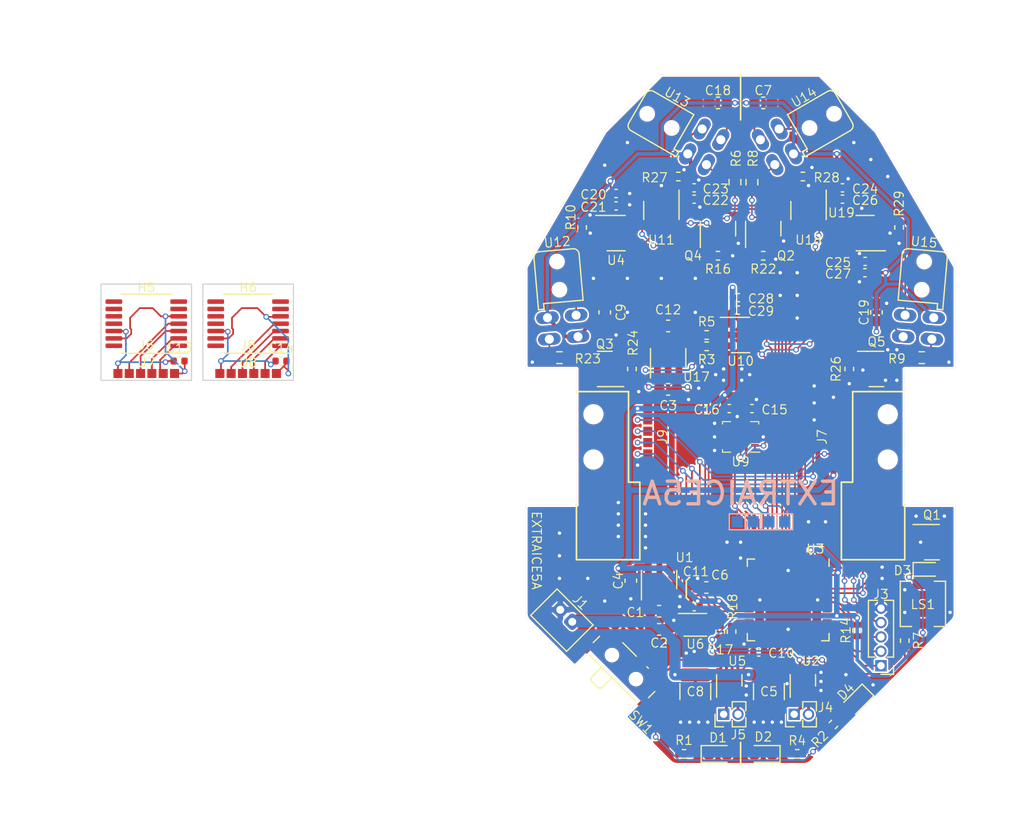
<source format=kicad_pcb>
(kicad_pcb (version 20221018) (generator pcbnew)
  (layers (0 "F.Cu" signal) (31 "B.Cu" signal) (34 "B.Paste" user) (35 "F.Paste" user) (36 "B.SilkS" user "B.Silkscreen") (37 "F.SilkS" user "F.Silkscreen") (38 "B.Mask" user) (39 "F.Mask" user) (44 "Edge.Cuts" user))
  (net 0 "")
  (net 1 "GND")
  (net 2 "+3V0")
  (net 3 "Net-(Q5-D)")
  (net 4 "Net-(R6-Pad2)")
  (net 5 "Net-(U10-VIN)")
  (net 6 "/RS_EN")
  (net 7 "/LF_EN")
  (net 8 "Net-(U4-VIN)")
  (net 9 "/BUZZ")
  (net 10 "+BATT")
  (net 11 "Net-(Q1-B)")
  (net 12 "Net-(J6-Pin_5)")
  (net 13 "Net-(J6-Pin_4)")
  (net 14 "Net-(J6-Pin_3)")
  (net 15 "Net-(J6-Pin_6)")
  (net 17 "Net-(D4-A)")
  (net 19 "/SCL1")
  (net 20 "/SDA1")
  (net 21 "Net-(Q4-D)")
  (net 22 "Net-(R8-Pad2)")
  (net 24 "/CWCCW_L")
  (net 25 "/PWM_L")
  (net 26 "/CWCCW_R")
  (net 27 "/PWM_R")
  (net 29 "Net-(D3-A)")
  (net 30 "Net-(J5-Pin_1)")
  (net 31 "Net-(J5-Pin_2)")
  (net 32 "Net-(J4-Pin_1)")
  (net 33 "Net-(J4-Pin_2)")
  (net 37 "Net-(J6-Pin_2)")
  (net 39 "Net-(J8-Pin_5)")
  (net 40 "Net-(J8-Pin_4)")
  (net 41 "Net-(J8-Pin_3)")
  (net 42 "Net-(J8-Pin_2)")
  (net 43 "Net-(J8-Pin_6)")
  (net 45 "Net-(J6-Pin_1)")
  (net 51 "/CHIP_PU")
  (net 52 "/GPIO0")
  (net 53 "/SPI2_MISO")
  (net 54 "/LS_EN")
  (net 55 "/CS_IMU")
  (net 56 "/SPI2_SCK")
  (net 57 "/SPI2_MOSI")
  (net 58 "Net-(Q3-D)")
  (net 59 "Net-(R23-Pad2)")
  (net 60 "Net-(J8-Pin_1)")
  (net 61 "/SPI1_MISO")
  (net 62 "/SPI1_MOSI")
  (net 63 "/CS_ENC_L")
  (net 67 "/SPI1_SCK")
  (net 70 "Net-(Q2-D)")
  (net 71 "Net-(R9-Pad2)")
  (net 72 "Net-(U19-VIN)")
  (net 74 "/CS_ENC_R")
  (net 75 "Net-(U18-VIN)")
  (net 76 "Net-(U11-VIN)")
  (net 80 "Net-(U3-VDD_SPI)")
  (net 81 "/TXD")
  (net 82 "/RXD")
  (net 96 "/RF_EN")
  (net 97 "/CS_RF")
  (net 100 "/CS_LF")
  (net 101 "/V_MOT")
  (net 102 "/CS_LS")
  (net 103 "/CS_BATT")
  (net 105 "/CS_RS")
  (net 107 "/LED_POW")
  (net 108 "/LED_1")
  (net 109 "/LED_0")
  (net 110 "Net-(D2-K)")
  (net 111 "Net-(D1-K)")
  (footprint "Resistor_SMD:R_0402_1005Metric" (layer "F.Cu") (at 126 81.5 90)
    (fp_text reference "R10")
    (fp_text value "1005 1k 0.5%")
  )
  (footprint "Capacitor_SMD:C_0603_1608Metric" (layer "F.Cu") (at 138 70.5)
    (fp_text reference "C18")
    (fp_text value "1608 6.3V 10uF")
  )
  (footprint "Micromouse:EncoderTerminal" (layer "F.Cu") (at 131.8 100 -90)
    (fp_text reference "J9")
    (fp_text value "MainSide")
  )
  (footprint "Package_TO_SOT_SMD:SOT-23-5" (layer "F.Cu") (at 132.8 112.6 90)
    (fp_text reference "U1")
    (fp_text value "XC6221B302GR")
  )
  (footprint "Package_TO_SOT_SMD:SOT-23" (layer "F.Cu") (at 152 94)
    (fp_text reference "Q5")
    (fp_text value "IRLML6344")
  )
  (footprint "Capacitor_SMD:C_0402_1005Metric" (layer "F.Cu") (at 129 79.6 180)
    (fp_text reference "C21")
    (fp_text value "1005 25V 1uF")
  )
  (footprint "Library:LCC-8P-M04" (layer "F.Cu") (at 136 116.6)
    (fp_text reference "U6")
    (fp_text value "MB85RC64TA")
  )
  (footprint "Capacitor_SMD:C_0402_1005Metric" (layer "F.Cu") (at 151 84.5 180)
    (fp_text reference "C25")
    (fp_text value "1005 50V 0.1uF")
  )
  (footprint "Capacitor_SMD:C_0603_1608Metric" (layer "F.Cu") (at 133.6 95.8 180)
    (fp_text reference "C3")
    (fp_text value "1608 6.3V 10uF")
  )
  (footprint "Package_TO_SOT_SMD:SOT-23" (layer "F.Cu") (at 128 94 180)
    (fp_text reference "Q3")
    (fp_text value "IRLML6344")
  )
  (footprint "Capacitor_SMD:C_0402_1005Metric" (layer "F.Cu") (at 129 78.5)
    (fp_text reference "C20")
    (fp_text value "1005 50V 0.1uF")
  )
  (footprint "Resistor_SMD:R_0402_1005Metric" (layer "F.Cu") (at 145.5 77)
    (fp_text reference "R28")
    (fp_text value "1005 1k 0.5%")
  )
  (footprint "Capacitor_SMD:C_0402_1005Metric" (layer "F.Cu") (at 135.9 115 180)
    (fp_text reference "C11")
    (fp_text value "1005 50V 0.1uF")
  )
  (footprint "Package_SON:WSON-8-1EP_2x2mm_P0.5mm_EP0.9x1.6mm" (layer "F.Cu") (at 139 121.5 90)
    (fp_text reference "U5")
    (fp_text value "DRV8837C")
  )
  (footprint "Package_SO:TSSOP-14_4.4x5mm_P0.65mm" (layer "F.Cu") (at 87.5 90 180)
    (fp_text reference "U7")
    (fp_text value "AS5047D")
  )
  (footprint "Capacitor_SMD:C_0402_1005Metric" (layer "F.Cu") (at 150.98 85.5)
    (fp_text reference "C27")
    (fp_text value "1005 25V 1uF")
  )
  (footprint "Package_TO_SOT_SMD:SOT-23" (layer "F.Cu") (at 142 81.6 90)
    (fp_text reference "Q2")
    (fp_text value "IRLML6344")
  )
  (footprint "Package_DFN_QFN:QFN-56-1EP_7x7mm_P0.4mm_EP4x4mm" (layer "F.Cu") (at 144.2 114.4 -90)
    (fp_text reference "U3")
    (fp_text value "ESP32-S3-PICO-1-N8R2")
  )
  (footprint "Resistor_SMD:R_0402_1005Metric" (layer "F.Cu") (at 148.2 125.4 -135)
    (fp_text reference "R2")
    (fp_text value "1005 10k")
  )
  (footprint "Micromouse:PhotoSensorL" (layer "F.Cu") (at 134.865148 73.264852 60)
    (fp_text reference "U13")
    (fp_text value "~")
  )
  (footprint "Package_SON:WSON-8-1EP_2x2mm_P0.5mm_EP0.9x1.6mm" (layer "F.Cu") (at 145.5 121.5 90)
    (fp_text reference "U2")
    (fp_text value "DRV8837C")
  )
  (footprint "Resistor_SMD:R_0603_1608Metric" (layer "F.Cu") (at 139.5 77.5 90)
    (fp_text reference "R6")
    (fp_text value "1608 10")
  )
  (footprint "Capacitor_SMD:C_0402_1005Metric" (layer "F.Cu") (at 135.9 79)
    (fp_text reference "C22")
    (fp_text value "1005 50V 0.1uF")
  )
  (footprint "Resistor_SMD:R_0402_1005Metric" (layer "F.Cu") (at 149.6 94 90)
    (fp_text reference "R26")
    (fp_text value "1005 10k")
  )
  (footprint "Resistor_SMD:R_0603_1608Metric" (layer "F.Cu") (at 124 93 180)
    (fp_text reference "R23")
    (fp_text value "1608 10")
  )
  (footprint "Micromouse:Hole1.4" (layer "F.Cu") (at 127 102)
    (fp_text reference "H3" hide)
    (fp_text value "Φ1.4" hide)
  )
  (footprint "Package_TO_SOT_SMD:SOT-23-6" (layer "F.Cu") (at 146 80 -90)
    (fp_text reference "U18")
    (fp_text value "ADCS7476")
  )
  (footprint "Resistor_SMD:R_0402_1005Metric" (layer "F.Cu") (at 145 128)
    (fp_text reference "R4")
    (fp_text value "1005 1k")
  )
  (footprint "Connector_PinHeader_1.27mm:PinHeader_1x02_P1.27mm_Vertical" (layer "F.Cu") (at 144.73 124.5 90)
    (fp_text reference "J4")
    (fp_text value "Conn_01x02")
  )
  (footprint "Package_TO_SOT_SMD:SOT-23-6" (layer "F.Cu") (at 151 82 180)
    (fp_text reference "U19")
    (fp_text value "ADCS7476")
  )
  (footprint "Capacitor_SMD:C_0603_1608Metric" (layer "F.Cu") (at 133.6 90.2)
    (fp_text reference "C12")
    (fp_text value "1608 6.3V 10uF")
  )
  (footprint "Capacitor_SMD:C_0603_1608Metric" (layer "F.Cu") (at 128 89 -90)
    (fp_text reference "C9")
    (fp_text value "1608 6.3V 10uF")
  )
  (footprint "Resistor_SMD:R_0603_1608Metric" (layer "F.Cu") (at 156 93)
    (fp_text reference "R9")
    (fp_text value "1608 10")
  )
  (footprint "Capacitor_SMD:C_0402_1005Metric" (layer "F.Cu") (at 90.4 93.3)
    (fp_text reference "C13")
    (fp_text value "1005 50V 0.1uF")
  )
  (footprint "MountingHole:MountingHole_2.2mm_M2" (layer "F.Cu") (at 96.5 90)
    (fp_text reference "H6")
    (fp_text value "Φ2.2")
  )
  (footprint "Capacitor_SMD:C_0603_1608Metric" (layer "F.Cu") (at 142 70.5 180)
    (fp_text reference "C7")
    (fp_text value "1608 6.3V 10uF")
  )
  (footprint "Resistor_SMD:R_0603_1608Metric" (layer "F.Cu") (at 141 77.5 90)
    (fp_text reference "R8")
    (fp_text value "1608 10")
  )
  (footprint "Capacitor_SMD:C_0402_1005Metric" (layer "F.Cu") (at 149 79 180)
    (fp_text reference "C26")
    (fp_text value "1005 25V 1uF")
  )
  (footprint "Capacitor_SMD:C_0603_1608Metric" (layer "F.Cu") (at 152 89 -90)
    (fp_text reference "C19")
    (fp_text value "1608 6.3V 10uF")
  )
  (footprint "Capacitor_SMD:C_0603_1608Metric" (layer "F.Cu") (at 132.8 117 180)
    (fp_text reference "C2")
    (fp_text value "1608 6.3V 10uF")
  )
  (footprint "LED_SMD:LED_0603_1608Metric" (layer "F.Cu") (at 142 128 180)
    (fp_text reference "D2")
    (fp_text value "1608 LED")
  )
  (footprint "Micromouse:B2B-ZH" (layer "F.Cu") (at 124.6 115.8 135)
    (fp_text reference "J1")
    (fp_text value "Conn_01x02")
  )
  (footprint "Resistor_SMD:R_0402_1005Metric" (layer "F.Cu") (at 130.4 94 -90)
    (fp_text reference "R24")
    (fp_text value "1005 10k")
  )
  (footprint "Package_LGA:Bosch_LGA-14_3x2.5mm_P0.5mm" (layer "F.Cu") (at 140 100 180)
    (fp_text reference "U9")
    (fp_text value "LSM6DSR")
  )
  (footprint "Package_TO_SOT_SMD:SOT-23" (layer "F.Cu") (at 156.9 109.3)
    (fp_text reference "Q1")
    (fp_text value "MMBT3904")
  )
  (footprint "Micromouse:EncoderTerminal" (layer "F.Cu") (at 96.5 94.4)
    (fp_text reference "J8")
    (fp_text value "EncSide")
  )
  (footprint "Package_TO_SOT_SMD:SOT-23-6" (layer "F.Cu") (at 133 80 -90)
    (fp_text reference "U11")
    (fp_text value "ADCS7476")
  )
  (footprint "Resistor_SMD:R_0402_1005Metric" (layer "F.Cu") (at 139.2 117.2 -90)
    (fp_text reference "R18")
    (fp_text value "1005 1k")
  )
  (footprint "Capacitor_SMD:C_0402_1005Metric" (layer "F.Cu") (at 139.8 87.7)
    (fp_text reference "C28")
    (fp_text value "1005 50V 0.1uF")
  )
  (footprint "Resistor_SMD:R_0402_1005Metric" (layer "F.Cu") (at 137 91)
    (fp_text reference "R5")
    (fp_text value "1005 10k")
  )
  (footprint "Button_Switch_SMD:SW_SPDT_PCM12" (layer "F.Cu") (at 129.930223 120.1 -45)
    (fp_text reference "SW1")
    (fp_text value "PCM12SMTR")
  )
  (footprint "Package_TO_SOT_SMD:SOT-23-5" (layer "F.Cu") (at 133.6 93 90)
    (fp_text reference "U17")
    (fp_text value "XC6221B302GR")
  )
  (footprint "Resistor_SMD:R_0402_1005Metric" (layer "F.Cu") (at 150.3 117.1 90)
    (fp_text reference "R14")
    (fp_text value "1005 10k")
  )
  (footprint "Capacitor_SMD:C_1210_3225Metric" (layer "F.Cu") (at 136 122.5 -90)
    (fp_text reference "C8")
    (fp_text value "3225 3.3u 16V")
  )
  (footprint "Micromouse:Hole1.4" (layer "F.Cu") (at 153 102)
    (fp_text reference "H2" hide)
    (fp_text value "Φ1.4" hide)
  )
  (footprint "Capacitor_SMD:C_0402_1005Metric" (layer "F.Cu") (at 139 97.5)
    (fp_text reference "C16")
    (fp_text value "1005 50V 0.1uF")
  )
  (footprint "Capacitor_SMD:C_0603_1608Metric" (layer "F.Cu") (at 132.8 115.4 180)
    (fp_text reference "C1")
    (fp_text value "1608 6.3V 10uF")
  )
  (footprint "Capacitor_SMD:C_0402_1005Metric" (layer "F.Cu") (at 139.8 88.8 180)
    (fp_text reference "C29")
    (fp_text value "1005 25V 1uF")
  )
  (footprint "MountingHole:MountingHole_2.2mm_M2" (layer "F.Cu") (at 87.5 90)
    (fp_text reference "H5")
    (fp_text value "Φ2.2")
  )
  (footprint "Connector_PinHeader_1.27mm:PinHeader_1x02_P1.27mm_Vertical" (layer "F.Cu") (at 138.5 124.5 90)
    (fp_text reference "J5")
    (fp_text value "Conn_01x02")
  )
  (footprint "Capacitor_SMD:C_0402_1005Metric" (layer "F.Cu") (at 135.9 78 180)
    (fp_text reference "C23")
    (fp_text value "1005 25V 1uF")
  )
  (footprint "LED_SMD:LED_0603_1608Metric" (layer "F.Cu") (at 138 128)
    (fp_text reference "D1")
    (fp_text value "1608 LED")
  )
  (footprint "Resistor_SMD:R_0402_1005Metric" (layer "F.Cu") (at 137 92 180)
    (fp_text reference "R3")
    (fp_text value "1005 10k")
  )
  (footprint "Capacitor_SMD:C_0402_1005Metric" (layer "F.Cu") (at 141.6 119)
    (fp_text reference "C10")
    (fp_text value "1005 50V 0.1uF")
  )
  (footprint "Micromouse:PhotoSensorR" (layer "F.Cu") (at 155.904129 88.095814 -5)
    (fp_text reference "U15")
    (fp_text value "~")
  )
  (footprint "Diode_SMD:D_SOD-523" (layer "F.Cu") (at 156.5 111.7)
    (fp_text reference "D3")
    (fp_text value "BAS516")
  )
  (footprint "Micromouse:Hole1.4" (layer "F.Cu") (at 153 98)
    (fp_text reference "H1" hide)
    (fp_text value "Φ1.4" hide)
  )
  (footprint "Micromouse:Hole1.4" (layer "F.Cu") (at 127 98)
    (fp_text reference "H4" hide)
    (fp_text value "Φ1.4" hide)
  )
  (footprint "Resistor_SMD:R_0402_1005Metric" (layer "F.Cu") (at 135 128 180)
    (fp_text reference "R1")
    (fp_text value "1005 1k")
  )
  (footprint "Resistor_SMD:R_0402_1005Metric" (layer "F.Cu") (at 138 84 180)
    (fp_text reference "R16")
    (fp_text value "1005 10k")
  )
  (footprint "Capacitor_SMD:C_0603_1608Metric" (layer "F.Cu") (at 130.3 112.7 -90)
    (fp_text reference "C4")
    (fp_text value "1608 6.3V 10uF")
  )
  (footprint "Package_TO_SOT_SMD:SOT-23-6" (layer "F.Cu") (at 140 91)
    (fp_text reference "U10")
    (fp_text value "ADCS7476")
  )
  (footprint "Package_TO_SOT_SMD:SOT-23" (layer "F.Cu") (at 138 81.6 90)
    (fp_text reference "Q4")
    (fp_text value "IRLML6344")
  )
  (footprint "Resistor_SMD:R_0402_1005Metric" (layer "F.Cu") (at 134.5 77)
    (fp_text reference "R27")
    (fp_text value "1005 1k 0.5%")
  )
  (footprint "Micromouse:PhotoSensorL" (layer "F.Cu") (at 124.095871 88.095814 5)
    (fp_text reference "U12")
    (fp_text value "~")
  )
  (footprint "Capacitor_SMD:C_1210_3225Metric" (layer "F.Cu") (at 142.5 122.5 -90)
    (fp_text reference "C5")
    (fp_text value "3225 3.3u 16V")
  )
  (footprint "Resistor_SMD:R_0402_1005Metric" (layer "F.Cu") (at 138.2 117.2 -90)
    (fp_text reference "R17")
    (fp_text value "1005 1k")
  )
  (footprint "Package_TO_SOT_SMD:SOT-23-6" (layer "F.Cu") (at 129 82)
    (fp_text reference "U4")
    (fp_text value "ADCS7476")
  )
  (footprint "Capacitor_SMD:C_0603_1608Metric" (layer "F.Cu") (at 136.975 113.3)
    (fp_text reference "C6")
    (fp_text value "1608 6.3V 10uF")
  )
  (footprint "Micromouse:EncoderTerminal" (layer "F.Cu") (at 148.2 100 90)
    (fp_text reference "J7")
    (fp_text value "MainSide")
  )
  (footprint "Resistor_SMD:R_0402_1005Metric" (layer "F.Cu") (at 154.5 118 90)
    (fp_text reference "R7")
    (fp_text value "1005 470 1%")
  )
  (footprint "Resistor_SMD:R_0402_1005Metric" (layer "F.Cu") (at 142 84 180)
    (fp_text reference "R22")
    (fp_text value "1005 10k")
  )
  (footprint "Capacitor_SMD:C_0402_1005Metric" (layer "F.Cu") (at 99.4 93.3)
    (fp_text reference "C14")
    (fp_text value "1005 50V 0.1uF")
  )
  (footprint "Package_SO:TSSOP-14_4.4x5mm_P0.65mm" (layer "F.Cu") (at 96.5 90 180)
    (fp_text reference "U8")
    (fp_text value "AS5047D")
  )
  (footprint "Resistor_SMD:R_0402_1005Metric" (layer "F.Cu") (at 154 81.5 -90)
    (fp_text reference "R29")
    (fp_text value "1005 1k 0.5%")
  )
  (footprint "LED_SMD:LED_0603_1608Metric" (layer "F.Cu") (at 150.2 123.4 -135)
    (fp_text reference "D4")
    (fp_text value "1608 R LED")
  )
  (footprint "Capacitor_SMD:C_0402_1005Metric" (layer "F.Cu") (at 141 97.5)
    (fp_text reference "C15")
    (fp_text value "1005 50V 0.1uF")
  )
  (footprint "Capacitor_SMD:C_0402_1005Metric" (layer "F.Cu") (at 149 78)
    (fp_text reference "C24")
    (fp_text value "1005 50V 0.1uF")
  )
  (footprint "Micromouse:PhotoSensorR" (layer "F.Cu") (at 145.134852 73.264852 -60)
    (fp_text reference "U14")
    (fp_text value "~")
  )
  (footprint "Connector_PinHeader_1.27mm:PinHeader_1x05_P1.27mm_Vertical" (layer "F.Cu") (at 152.4 120.21 180)
    (fp_text reference "J3")
    (fp_text value "Conn_01x05")
  )
  (footprint "Library:SMT-0440-T-2-R" (layer "F.Cu") (at 156.1 114.75 90)
    (fp_text reference "LS1")
    (fp_text value "SMT-0440-T-2-R")
  )
  (footprint "Micromouse:EncoderTerminal" (layer "F.Cu") (at 87.5 94.4)
    (fp_text reference "J6")
    (fp_text value "EncSide")
  )
  (footprint "TestPoint:TestPoint_Pad_1.0x1.0mm" (layer "B.Cu") (at 143.9 107.5 -90)
    (fp_text reference "TP1" hide)
    (fp_text value "TestPoint")
  )
  (footprint "TestPoint:TestPoint_Pad_1.0x1.0mm" (layer "B.Cu") (at 141.1 107.5 -90)
    (fp_text reference "TP3" hide)
    (fp_text value "TestPoint")
  )
  (footprint "TestPoint:TestPoint_Pad_1.0x1.0mm" (layer "B.Cu") (at 139.7 107.5 -90)
    (fp_text reference "TP4" hide)
    (fp_text value "TestPoint")
  )
  (footprint "TestPoint:TestPoint_Pad_1.0x1.0mm" (layer "B.Cu") (at 142.5 107.5 -90)
    (fp_text reference "TP2" hide)
    (fp_text value "TestPoint")
  )
  (gr_line (start 154.5 96) (end 149.9 96) (stroke (width 0.15)) (layer "F.SilkS"))
  (gr_line (start 131.1 110.85) (end 131.1 104) (stroke (width 0.15)) (layer "F.SilkS"))
  (gr_line (start 154.5 110.85) (end 154.5 106) (stroke (width 0.15)) (layer "F.SilkS"))
  (gr_line (start 130.1 96) (end 130.1 104) (stroke (width 0.15)) (layer "F.SilkS"))
  (gr_line (start 148.9 104) (end 148.9 110.85) (stroke (width 0.15)) (layer "F.SilkS"))
  (gr_line (start 130.1 104) (end 131.1 104) (stroke (width 0.15)) (layer "F.SilkS"))
  (gr_line (start 135.2 112.7) (end 135.5 112.4) (stroke (width 0.15)) (layer "F.SilkS"))
  (gr_line (start 125.5 96) (end 130.1 96) (stroke (width 0.15)) (layer "F.SilkS"))
  (gr_line (start 149.9 104) (end 148.9 104) (stroke (width 0.15)) (layer "F.SilkS"))
  (gr_line (start 140 129) (end 140 127) (stroke (width 0.15)) (layer "F.SilkS"))
  (gr_line (start 125.5 106) (end 125.5 110.85) (stroke (width 0.15)) (layer "F.SilkS"))
  (gr_line (start 135.2 114.2) (end 135.2 112.7) (stroke (width 0.15)) (layer "F.SilkS"))
  (gr_line (start 140 68) (end 140 72) (stroke (width 0.15)) (layer "F.SilkS"))
  (gr_line (start 135.4 114.4) (end 135.2 114.2) (stroke (width 0.15)) (layer "F.SilkS"))
  (gr_line (start 148.9 110.85) (end 154.5 110.85) (stroke (width 0.15)) (layer "F.SilkS"))
  (gr_line (start 125.5 110.85) (end 131.1 110.85) (stroke (width 0.15)) (layer "F.SilkS"))
  (gr_line (start 149.9 96) (end 149.9 104) (stroke (width 0.15)) (layer "F.SilkS"))
  (gr_line (start 159 115.585787) (end 159 106) (stroke (width 0.01)) (layer "Edge.Cuts"))
  (gr_line (start 146.292893 128.707107) (end 158.707107 116.292893) (stroke (width 0.01)) (layer "Edge.Cuts"))
  (gr_line (start 100.5 95) (end 92.5 95) (stroke (width 0.1)) (layer "Edge.Cuts"))
  (gr_line (start 154.5 94) (end 159 94) (stroke (width 0.01)) (layer "Edge.Cuts"))
  (gr_line (start 83.5 95) (end 83.5 86.5) (stroke (width 0.1)) (layer "Edge.Cuts"))
  (gr_line (start 92.5 95) (end 92.5 86.5) (stroke (width 0.1)) (layer "Edge.Cuts"))
  (gr_line (start 129.724517 124.724517) (end 133.707107 128.707107) (stroke (width 0.01)) (layer "Edge.Cuts"))
  (gr_line (start 159 106) (end 154.5 106) (stroke (width 0.01)) (layer "Edge.Cuts"))
  (gr_line (start 133 68) (end 128 73) (stroke (width 0.01)) (layer "Edge.Cuts"))
  (gr_line (start 125.5 94) (end 125.5 106) (stroke (width 0.01)) (layer "Edge.Cuts"))
  (gr_line (start 100.5 86.5) (end 100.5 95) (stroke (width 0.1)) (layer "Edge.Cuts"))
  (gr_line (start 159 85) (end 152 73) (stroke (width 0.01)) (layer "Edge.Cuts"))
  (gr_line (start 121.292893 116.292893) (end 125.340455 120.340455) (stroke (width 0.01)) (layer "Edge.Cuts"))
  (gr_line (start 92.5 86.5) (end 100.5 86.5) (stroke (width 0.1)) (layer "Edge.Cuts"))
  (gr_line (start 128 73) (end 121 85) (stroke (width 0.01)) (layer "Edge.Cuts"))
  (gr_arc (start 159 115.585787) (mid 158.923884 115.968473) (end 158.707107 116.292893) (stroke (width 0.01)) (layer "Edge.Cuts"))
  (gr_arc (start 134.414214 129) (mid 134.03153 128.92388) (end 133.707107 128.707107) (stroke (width 0.01)) (layer "Edge.Cuts"))
  (gr_line (start 121 106) (end 121 115.585787) (stroke (width 0.01)) (layer "Edge.Cuts"))
  (gr_line (start 126.635682 119.045227) (end 131.019744 123.429289) (stroke (width 0.01)) (layer "Edge.Cuts"))
  (gr_line (start 121 85) (end 121 94) (stroke (width 0.01)) (layer "Edge.Cuts"))
  (gr_line (start 83.5 86.5) (end 91.5 86.5) (stroke (width 0.1)) (layer "Edge.Cuts"))
  (gr_line (start 131.019744 123.429289) (end 129.724517 124.724517) (stroke (width 0.01)) (layer "Edge.Cuts"))
  (gr_line (start 154.5 106) (end 154.5 94) (stroke (width 0.01)) (layer "Edge.Cuts"))
  (gr_line (start 91.5 95) (end 83.5 95) (stroke (width 0.1)) (layer "Edge.Cuts"))
  (gr_line (start 125.5 106) (end 121 106) (stroke (width 0.01)) (layer "Edge.Cuts"))
  (gr_line (start 134.414214 129) (end 145.585786 129) (stroke (width 0.01)) (layer "Edge.Cuts"))
  (gr_line (start 147 68) (end 133 68) (stroke (width 0.01)) (layer "Edge.Cuts"))
  (gr_arc (start 121.292893 116.292893) (mid 121.07612 115.96847) (end 121 115.585787) (stroke (width 0.01)) (layer "Edge.Cuts"))
  (gr_line (start 121 94) (end 125.5 94) (stroke (width 0.01)) (layer "Edge.Cuts"))
  (gr_line (start 91.5 86.5) (end 91.5 95) (stroke (width 0.1)) (layer "Edge.Cuts"))
  (gr_line (start 125.340455 120.340455) (end 126.635682 119.045227) (stroke (width 0.01)) (layer "Edge.Cuts"))
  (gr_arc (start 146.292893 128.707107) (mid 145.968469 128.923875) (end 145.585786 129) (stroke (width 0.01)) (layer "Edge.Cuts"))
  (gr_line (start 152 73) (end 147 68) (stroke (width 0.01)) (layer "Edge.Cuts"))
  (gr_line (start 159 85) (end 159 94) (stroke (width 0.01)) (layer "Edge.Cuts"))
  (gr_text "EXTRAICE5A" (at 140 105) (layer "B.SilkS") (effects (font (size 2 2) (thickness 0.3)) (justify mirror)))
  (gr_text "EXTRAICE5A" (at 121.5 106.5 -90) (layer "F.SilkS") (effects (font (size 0.8 0.8) (thickness 0.1)) (justify left bottom)))
  (segment (start 150.5 85.5) (end 150.5 86.3) (width 0.15) (layer "F.Cu") (net 1))
  (segment (start 135.01 76.41) (end 135 76.4) (width 0.15) (layer "F.Cu") (net 1))
  (segment (start 146 78.8625) (end 146 77.8) (width 0.15) (layer "F.Cu") (net 1))
  (segment (start 134.7 115.85) (end 134.7 117.35) (width 0.15) (layer "F.Cu") (net 1))
  (segment (start 151.0625 94.95) (end 151.0625 94.3625) (width 0.15) (layer "F.Cu") (net 1))
  (segment (start 139.5 98.9875) (end 139.5 98.4) (width 0.15) (layer "F.Cu") (net 1))
  (segment (start 136.38 78) (end 136.38 77.38) (width 0.15) (layer "F.Cu") (net 1))
  (segment (start 138.95 82.5375) (end 139.4375 82.5375) (width 0.15) (layer "F.Cu") (net 1))
  (segment (start 129.48 79.6) (end 130.1 79.6) (width 0.15) (layer "F.Cu") (net 1))
  (segment (start 154 82.01) (end 154 82.9) (width 0.15) (layer "F.Cu") (net 1))
  (segment (start 152.1375 82) (end 153.2 82) (width 0.15) (layer "F.Cu") (net 1))
  (segment (start 130.1 79.6) (end 130.2 79.5) (width 0.15) (layer "F.Cu") (net 1))
  (segment (start 126 80.99) (end 126.11 80.99) (width 0.15) (layer "F.Cu") (net 1))
  (segment (start 149.48 78) (end 149.48 77.22) (width 0.15) (layer "F.Cu") (net 1))
  (segment (start 143.6375 82.5375) (end 143.8 82.7) (width 0.15) (layer "F.Cu") (net 1))
  (segment (start 152.875 88.225) (end 152.9 88.2) (width 0.15) (layer "F.Cu") (net 1))
  (segment (start 141.2625 100.25) (end 141.75 100.25) (width 0.15) (layer "F.Cu") (net 1))
  (segment (start 134.2 115.4) (end 134.6 115) (width 0.15) (layer "F.Cu") (net 1))
  (segment (start 138.51 84) (end 139.3 84) (width 0.15) (layer "F.Cu") (net 1))
  (segment (start 142.95 82.5375) (end 143.6375 82.5375) (width 0.15) (layer "F.Cu") (net 1))
  (segment (start 151.0625 94.3625) (end 150.8 94.1) (width 0.15) (layer "F.Cu") (net 1))
  (segment (start 146.01 77) (end 146.01 76.49) (width 0.15) (layer "F.Cu") (net 1))
  (segment (start 149.6 94.51) (end 149.6 95.3) (width 0.15) (layer "F.Cu") (net 1))
  (segment (start 141.48 97.5) (end 141.48 96.78) (width 0.15) (layer "F.Cu") (net 1))
  (segment (start 142.8 84) (end 143.1 84.3) (width 0.15) (layer "F.Cu") (net 1))
  (segment (start 149.48 78) (end 149.5 78) (width 0.15) (layer "F.Cu") (net 1))
  (segment (start 141.75 100.25) (end 142 100) (width 0.15) (layer "F.Cu") (net 1))
  (segment (start 146.01 76.49) (end 146.3 76.2) (width 0.15) (layer "F.Cu") (net 1))
  (segment (start 135.01 77) (end 135.01 76.41) (width 0.15) (layer "F.Cu") (net 1))
  (segment (start 149.9 79) (end 150.7 79.8) (width 0.15) (layer "F.Cu") (net 1))
  (segment (start 136.38 79.68) (end 136.4 79.7) (width 0.15) (layer "F.Cu") (net 1))
  (segment (start 129.48 78.5) (end 130.2 78.5) (width 0.15) (layer "F.Cu") (net 1))
  (segment (start 141.2625 99.75) (end 141.75 99.75) (width 0.15) (layer "F.Cu") (net 1))
  (segment (start 150.52 83.82) (end 150.5 83.8) (width 0.15) (layer "F.Cu") (net 1))
  (segment (start 133 78.8625) (end 133 77.8) (width 0.15) (layer "F.Cu") (net 1))
  (segment (start 139.5 98.4) (end 139.7 98.2) (width 0.15) (layer "F.Cu") (net 1))
  (segment (start 142.51 84) (end 142.8 84) (width 0.15) (layer "F.Cu") (net 1))
  (segment (start 127.8625 82) (end 126.7195 82) (width 0.15) (layer "F.Cu") (net 1))
  (segment (start 150.52 84.5) (end 150.52 83.82) (width 0.15) (layer "F.Cu") (net 1))
  (segment (start 133.575 115.4) (end 134.2 115.4) (width 0.15) (layer "F.Cu") (net 1))
  (segment (start 148.2 97.5) (end 148.2 96.5) (width 0.15) (layer "F.Cu") (net 1))
  (segment (start 149.48 77.22) (end 149.5 77.2) (width 0.15) (layer "F.Cu") (net 1))
  (segment (start 136.38 79) (end 136.38 79.68) (width 0.15) (layer "F.Cu") (net 1))
  (segment (start 139.4375 82.5375) (end 139.8 82.9) (width 0.15) (layer "F.Cu") (net 1))
  (segment (start 141.75 99.75) (end 142 100) (width 0.15) (layer "F.Cu") (net 1))
  (segment (start 152 88.225) (end 152.875 88.225) (width 0.15) (layer "F.Cu") (net 1))
  (segment (start 136.38 77.38) (end 136.3 77.3) (width 0.15) (layer "F.Cu") (net 1))
  (segment (start 126.11 80.99) (end 126.7 80.4) (width 0.15) (layer "F.Cu") (net 1))
  (segment (start 141.48 96.78) (end 141.4 96.7) (width 0.15) (layer "F.Cu") (net 1))
  (segment (start 131.8 102.5) (end 130.9 102.5) (width 0.15) (layer "F.Cu") (net 1))
  (segment (start 136.2 113.3) (end 136.2 112.5) (width 0.15) (layer "F.Cu") (net 1))
  (segment (start 149.48 79) (end 149.9 79) (width 0.15) (layer "F.Cu") (net 1))
  (via (at 153 92.3) (size 0.5) (drill 0.3) (layers "F.Cu" "B.Cu") (net 1))
  (via (at 155.9 109.3) (size 0.5) (drill 0.3) (layers "F.Cu" "B.Cu") (net 1))
  (via (at 143.1 84.3) (size 0.5) (drill 0.3) (layers "F.Cu" "B.Cu") (net 1))
  (via (at 126.5 112.5) (size 0.5) (drill 0.3) (layers "F.Cu" "B.Cu") (net 1))
  (via (at 140 109.3) (size 0.5) (drill 0.3) (layers "F.Cu" "B.Cu") (net 1))
  (via (at 136 86) (size 0.5) (drill 0.3) (layers "F.Cu" "B.Cu") (net 1))
  (via (at 136.4 79.7) (size 0.5) (drill 0.3) (layers "F.Cu" "B.Cu") (net 1))
  (via (at 150.8 94.1) (size 0.5) (drill 0.3) (layers "F.Cu" "B.Cu") (net 1))
  (via (at 130 89) (size 0.5) (drill 0.3) (layers "F.Cu" "B.Cu") (net 1))
  (via (at 146 77.8) (size 0.5) (drill 0.3) (layers "F.Cu" "B.Cu") (net 1))
  (via (at 130.2 78.5) (size 0.5) (drill 0.3) (layers "F.Cu" "B.Cu") (net 1))
  (via (at 146.5 97) (size 0.5) (drill 0.3) (layers "F.Cu" "B.Cu") (net 1))
  (via (at 140.3 118.3) (size 0.5) (drill 0.3) (layers "F.Cu" "B.Cu") (net 1))
  (via (at 135.5 125.2) (size 0.5) (drill 0.3) (layers "F.Cu" "B.Cu") (net 1))
  (via (at 126.7195 82) (size 0.5) (drill 0.3) (layers "F.Cu" "B.Cu") (net 1))
  (via (at 136.3 77.3) (size 0.5) (drill 0.3) (layers "F.Cu" "B.Cu") (net 1))
  (via (at 148.2 96.5) (size 0.5) (drill 0.3) (layers "F.Cu" "B.Cu") (net 1))
  (via (at 140.5 122) (size 0.5) (drill 0.3) (layers "F.Cu" "B.Cu") (net 1))
  (via (at 152.8 95) (size 0.5) (drill 0.3) (layers "F.Cu" "B.Cu") (net 1))
  (via (at 128 114.5) (size 0.5) (drill 0.3) (layers "F.Cu" "B.Cu") (net 1))
  (via (at 129.2 105.8) (size 0.5) (drill 0.3) (layers "F.Cu" "B.Cu") (net 1))
  (via (at 154.5 113.5) (size 0.5) (drill 0.3) (layers "F.Cu" "B.Cu") (net 1))
  (via (at 149.3 121) (size 0.5) (drill 0.3) (layers "F.Cu" "B.Cu") (net 1))
  (via (at 133 77.8) (size 0.5) (drill 0.3) (layers "F.Cu" "B.Cu") (net 1))
  (via (at 153.8 92.3) (size 0.5) (drill 0.3) (layers "F.Cu" "B.Cu") (net 1))
  (via (at 154.5 115.5) (size 0.5) (drill 0.3) (layers "F.Cu" "B.Cu") (net 1))
  (via (at 133 86) (size 0.5) (drill 0.3) (layers "F.Cu" "B.Cu") (net 1))
  (via (at 141.4 96.7) (size 0.5) (drill 0.3) (layers "F.Cu" "B.Cu") (net 1))
  (via (at 139.7 98.2) (size 0.5) (drill 0.3) (layers "F.Cu" "B.Cu") (net 1))
  (via (at 131.6 106.8) (size 0.5) (drill 0.3) (layers "F.Cu" "B.Cu") (net 1))
  (via (at 130.3 114.3) (size 0.5) (drill 0.3) (layers "F.Cu" "B.Cu") (net 1))
  (via (at 141.7 114.4) (size 0.5) (drill 0.3) (layers "F.Cu" "B.Cu") (net 1))
  (via (at 150.5 86.3) (size 0.5) (drill 0.3) (layers "F.Cu" "B.Cu") (net 1))
  (via (at 130.2 79.5) (size 0.5) (drill 0.3) (layers "F.Cu" "B.Cu") (net 1))
  (via (at 144.1 121.8) (size 0.5) (drill 0.3) (layers "F.Cu" "B.Cu") (net 1))
  (via (at 153.2 82) (size 0.5) (drill 0.3) (layers "F.Cu" "B.Cu") (net 1))
  (via (at 136 89) (size 0.5) (drill 0.3) (layers "F.Cu" "B.Cu") (net 1))
  (via (at 130 74) (size 0.5) (drill 0.3) (layers "F.Cu" "B.Cu") (net 1))
  (via (at 140.1 95) (size 0.5) (drill 0.3) (layers "F.Cu" "B.Cu") (net 1))
  (via (at 143.6 125.2) (size 0.5) (drill 0.3) (layers "F.Cu" "B.Cu") (net 1))
  (via (at 140.5 122.8) (size 0.5) (drill 0.3) (layers "F.Cu" "B.Cu") (net 1))
  (via (at 136.3 95.7) (size 0.5) (drill 0.3) (layers "F.Cu" "B.Cu") (net 1))
  (via (at 140.1 94) (size 0.5) (drill 0.3) (layers "F.Cu" "B.Cu") (net 1))
  (via (at 142 100) (size 0.5) (drill 0.3) (layers "F.Cu" "B.Cu") (net 1))
  (via (at 129.2 106.8) (size 0.5) (drill 0.3) (layers "F.Cu" "B.Cu") (net 1))
  (via (at 135.2 119.1) (size 0.5) (drill 0.3) (layers "F.Cu" "B.Cu") (net 1))
  (via (at 142.8 125.2) (size 0.5) (drill 0.3) (layers "F.Cu" "B.Cu") (net 1))
  (via (at 139.3 84) (size 0.5) (drill 0.3) (layers "F.Cu" "B.Cu") (net 1))
  (via (at 129.2 107.8) (size 0.5) (drill 0.3) (layers "F.Cu" "B.Cu") (net 1))
  (via (at 131 96) (size 0.5) (drill 0.3) (layers "F.Cu" "B.Cu") (net 1))
  (via (at 142 125.2) (size 0.5) (drill 0.3) (layers "F.Cu" "B.Cu") (net 1))
  (via (at 136.2 112.5) (size 0.5) (drill 0.3) (layers "F.Cu" "B.Cu") (net 1))
  (via (at 127 86) (size 0.5) (drill 0.3) (layers "F.Cu" "B.Cu") (net 1))
  (via (at 129.2 108.8) (size 0.5) (drill 0.3) (layers "F.Cu" "B.Cu") (net 1))
  (via (at 152.5 111.5) (size 0.5) (drill 0.3) (layers "F.Cu" "B.Cu") (net 1))
  (via (at 149.5 77.2) (size 0.5) (drill 0.3) (layers "F.Cu" "B.Cu") (net 1))
  (via (at 135.4 96.7) (size 0.5) (drill 0.3) (layers "F.Cu" "B.Cu") (net 1))
  (via (at 146.8 114.4) (size 0.5) (drill 0.3) (layers "F.Cu" "B.Cu") (net 1))
  (via (at 143.5 87.5) (size 0.5) (drill 0.3) (layers "F.Cu" "B.Cu") (net 1))
  (via (at 143.5 85.5) (size 0.5) (drill 0.3) (layers "F.Cu" "B.Cu") (net 1))
  (via (at 136.3 125.2) (size 0.5) (drill 0.3) (layers "F.Cu" "B.Cu") (net 1))
  (via (at 150 74) (size 0.5) (drill 0.3) (layers "F.Cu" "B.Cu") (net 1))
  (via (at 152.9 88.2) (size 0.5) (drill 0.3) (layers "F.Cu" "B.Cu") (net 1))
  (via (at 135 76.4) (size 0.5) (drill 0.3) (layers "F.Cu" "B.Cu") (net 1))
  (via (at 151.5 75.5) (size 0.5) (drill 0.3) (layers "F.Cu" "B.Cu") (net 1))
  (via (at 155.5 107) (size 0.5) (drill 0.3) (layers "F.Cu" "B.Cu") (net 1))
  (via (at 134.1 116.2) (size 0.5) (drill 0.3) (layers "F.Cu" "B.Cu") (net 1))
  (via (at 153 77) (size 0.5) (drill 0.3) (layers "F.Cu" "B.Cu") (net 1))
  (via (at 128 76) (size 0.5) (drill 0.3) (layers "F.Cu" "B.Cu") (net 1))
  (via (at 146.3 76.2) (size 0.5) (drill 0.3) (layers "F.Cu" "B.Cu") (net 1))
  (via (at 145 87.5) (size 0.5) (drill 0.3) (layers "F.Cu" "B.Cu") (net 1))
  (via (at 145 89.5) (size 0.5) (drill 0.3) (layers "F.Cu" "B.Cu") (net 1))
  (via (at 158.5 115.5) (size 0.5) (drill 0.3) (layers "F.Cu" "B.Cu") (net 1))
  (via (at 149.6 95.3) (size 0.5) (drill 0.3) (layers "F.Cu" "B.Cu") (net 1))
  (via (at 129 91) (size 0.5) (drill 0.3) (layers "F.Cu" "B.Cu") (net 1))
  (via (at 134.7 125.2) (size 0.5) (drill 0.3) (layers "F.Cu" "B.Cu") (net 1))
  (via (at 140 110.7) (size 0.5) (drill 0.3) (layers "F.Cu" "B.Cu") (net 1))
  (via (at 131.6 108.8) (size 0.5) (drill 0.3) (layers "F.Cu" "B.Cu") (net 1))
  (via (at 158.4 93.4) (size 0.5) (drill 0.3) (layers "F.Cu" "B.Cu") (net 1))
  (via (at 139.8 82.9) (size 0.5) (drill 0.3) (layers "F.Cu" "B.Cu") (net 1))
  (via (at 147.1 121.6) (size 0.5) (drill 0.3) (layers "F.Cu" "B.Cu") (net 1))
  (via (at 153.8 95) (size 0.5) (drill 0.3) (layers "F.Cu" "B.Cu") (net 1))
  (via (at 145 85.5) (size 0.5) (drill 0.3) (layers "F.Cu" "B.Cu") (net 1))
  (via (at 121.6 93.4) (size 0.5) (drill 0.3) (layers "F.Cu" "B.Cu") (net 1))
  (via (at 131.6 107.8) (size 0.5) (drill 0.3) (layers "F.Cu" "B.Cu") (net 1))
  (via (at 131.6 109.8) (size 0.5) (drill 0.3) (layers "F.Cu" "B.Cu") (net 1))
  (via (at 144.2 117) (size 0.5) (drill 0.3) (layers "F.Cu" "B.Cu") (net 1))
  (via (at 124 110.5) (size 0.5) (drill 0.3) (layers "F.Cu" "B.Cu") (net 1))
  (via (at 140.8 94.5) (size 0.5) (drill 0.3) (layers "F.Cu" "B.Cu") (net 1))
  (via (at 144.2 111.8) (size 0.5) (drill 0.3) (layers "F.Cu" "B.Cu") (net 1))
  (via (at 158 107) (size 0.5) (drill 0.3) (layers "F.Cu" "B.Cu") (net 1))
  (via (at 150.5 83.8) (size 0.5) (drill 0.3) (layers "F.Cu" "B.Cu") (net 1))
  (via (at 137.7 98.8) (size 0.5) (drill 0.3) (layers "F.Cu" "B.Cu") (net 1))
  (via (at 152.5 112.5) (size 0.5) (drill 0.3) (layers "F.Cu" "B.Cu") (net 1))
  (via (at 138.8 109.3) (size 0.5) (drill 0.3) (layers "F.Cu" "B.Cu") (net 1))
  (via (at 130.9 102.5) (size 0.5) (drill 0.3) (layers "F.Cu" "B.Cu") (net 1))
  (via (at 151.7 121.9) (size 0.5) (drill 0.3) (layers "F.Cu" "B.Cu") (net 1))
  (via (at 126.7 80.4) (size 0.5) (drill 0.3) (layers "F.Cu" "B.Cu") (net 1))
  (via (at 137.8 94.5) (size 0.5) (drill 0.3) (layers "F.Cu" "B.Cu") (net 1))
  (via (at 147.5 107.5) (size 0.5) (drill 0.3) (layers "F.Cu" "B.Cu") (net 1))
  (via (at 130 86) (size 0.5) (drill 0.3) (layers "F.Cu" "B.Cu") (net 1))
  (via (at 137.7 100) (size 0.5) (drill 0.3) (layers "F.Cu" "B.Cu") (net 1))
  (via (at 150.7 79.8) (size 0.5) (drill 0.3) (layers "F.Cu" "B.Cu") (net 1))
  (via (at 147.1 120.8) (size 0.5) (drill 0.3) (layers "F.Cu" "B.Cu") (net 1))
  (via (at 141.2 125.2) (size 0.5) (drill 0.3) (layers "F.Cu" "B.Cu") (net 1))
  (via (at 146.5 95.5) (size 0.5) (drill 0.3) (layers "F.Cu" "B.Cu") (net 1))
  (via (at 136.6 93.8) (size 0.5) (drill 0.3) (layers "F.Cu" "B.Cu") (net 1))
  (via (at 137.7 101.2) (size 0.5) (drill 0.3) (layers "F.Cu" "B.Cu") (net 1))
  (via (at 138.5 95) (size 0.5) (drill 0.3) (layers "F.Cu" "B.Cu") (net 1))
  (via (at 154 82.9) (size 0.5) (drill 0.3) (layers "F.Cu" "B.Cu") (net 1))
  (via (at 138.5 94) (size 0.5) (drill 0.3) (layers "F.Cu" "B.Cu") (net 1))
  (via (at 134.65 114.1) (size 0.5) (drill 0.3) (layers "F.Cu" "B.Cu") (net 1))
  (via (at 124 112.5) (size 0.5) (drill 0.3) (layers "F.Cu" "B.Cu") (net 1))
  (via (at 143.8 82.7) (size 0.5) (drill 0.3) (layers "F.Cu" "B.Cu") (net 1))
  (via (at 146 107.5) (size 0.5) (drill 0.3) (layers "F.Cu" "B.Cu") (net 1))
  (via (at 147.1 122.4) (size 0.5) (drill 0.3) (layers "F.Cu" "B.Cu") (net 1))
  (via (at 134.6 115) (size 0.5) (drill 0.3) (layers "F.Cu" "B.Cu") (net 1))
  (via (at 124 108.5) (size 0.5) (drill 0.3) (layers "F.Cu" "B.Cu") (net 1))
  (via (at 137.1 125.2) (size 0.5) (drill 0.3) (layers "F.Cu" "B.Cu") (net 1))
  (via (at 146.5 98.5) (size 0.5) (drill 0.3) (layers "F.Cu" "B.Cu") (net 1))
  (via (at 135.9 118.95) (size 0.5) (drill 0.3) (layers "F.Cu" "B.Cu") (net 1))
  (segment (start 146.4 110.2) (end 146.2 110) (width 0.15) (layer "F.Cu") (net 2))
  (segment (start 146 110.2) (end 146.2 110) (width 0.15) (layer "F.Cu") (net 2))
  (segment (start 155.8 111.7) (end 155.556567 111.7) (width 0.15) (layer "F.Cu") (net 2))
  (segment (start 138.8625 90.05) (end 138.8625 89.2575) (width 0.5) (layer "F.Cu") (net 2))
  (segment (start 138.52 98.22) (end 138.52 97.5) (width 0.15) (layer "F.Cu") (net 2))
  (segment (start 138.7875 128) (end 140 128) (width 0.15) (layer "F.Cu") (net 2))
  (segment (start 155.556567 111.7) (end 154.873113 112.383454) (width 0.15) (layer "F.Cu") (net 2))
  (segment (start 138.7375 98.4375) (end 138.52 98.22) (width 0.15) (layer "F.Cu") (net 2))
  (segment (start 141.2125 128) (end 142.0125 127.2) (width 0.15) (layer "F.Cu") (net 2))
  (segment (start 148.4 112.2) (end 148.6 112) (width 0.15) (layer "F.Cu") (net 2))
  (segment (start 131.8 97.5) (end 130.9 97.5) (width 0.5) (layer "F.Cu") (net 2))
  (segment (start 137.69 117.71) (end 137.5 117.9) (width 0.15) (layer "F.Cu") (net 2))
  (segment (start 131.85 111.4625) (end 130.7625 111.4625) (width 0.5) (layer "F.Cu") (net 2))
  (segment (start 138.2 117.71) (end 137.69 117.71) (width 0.15) (layer "F.Cu") (net 2))
  (segment (start 139.3 113.8) (end 140.75 113.8) (width 0.15) (layer "F.Cu") (net 2))
  (segment (start 148.4 111.8) (end 148.6 112) (width 0.15) (layer "F.Cu") (net 2))
  (segment (start 140 128) (end 141.2125 128) (width 0.15) (layer "F.Cu") (net 2))
  (segment (start 142.0125 127.2) (end 144.4 127.2) (width 0.15) (layer "F.Cu") (net 2))
  (segment (start 140.5 97.52) (end 140.52 97.5) (width 0.15) (layer "F.Cu") (net 2))
  (segment (start 138.8625 89.2575) (end 139.32 88.8) (width 0.5) (layer "F.Cu") (net 2))
  (segment (start 150.3 116.59) (end 150.3 116) (width 0.15) (layer "F.Cu") (net 2))
  (segment (start 156.1 116.5) (end 156.1 117.3) (width 0.15) (layer "F.Cu") (net 2))
  (segment (start 139.3 87.68) (end 139.32 87.7) (width 0.5) (layer "F.Cu") (net 2))
  (segment (start 148.2 103.4) (end 148.2 102.5) (width 0.5) (layer "F.Cu") (net 2))
  (segment (start 138.52 96.38) (end 138.6 96.3) (width 0.5) (layer "F.Cu") (net 2))
  (segment (start 129.525 111.925) (end 129.2 111.6) (width 0.5) (layer "F.Cu") (net 2))
  (segment (start 139.9 96.3) (end 138.6 96.3) (width 0.5) (layer "F.Cu") (net 2))
  (segment (start 137.75 113.3) (end 138.8 113.3) (width 0.15) (layer "F.Cu") (net 2))
  (segment (start 146.4 110.95) (end 146.4 110.2) (width 0.15) (layer "F.Cu") (net 2))
  (segment (start 137.3 115.4) (end 136.9 115) (width 0.15) (layer "F.Cu") (net 2))
  (segment (start 140.5 98.9875) (end 140.5 97.52) (width 0.15) (layer "F.Cu") (net 2))
  (segment (start 144.4 127.2) (end 147.9 123.7) (width 0.15) (layer "F.Cu") (net 2))
  (segment (start 136.9 115) (end 136.38 115) (width 0.15) (layer "F.Cu") (net 2))
  (segment (start 139.2 117.71) (end 138.2 117.71) (width 0.15) (layer "F.Cu") (net 2))
  (segment (start 146 110.95) (end 146 110.2) (width 0.15) (layer "F.Cu") (net 2))
  (segment (start 147.9 120.4) (end 147.2 119.7) (width 0.15) (layer "F.Cu") (net 2))
  (segment (start 138.75 120.15) (end 137.5 118.9) (width 0.25) (layer "F.Cu") (net 2))
  (segment (start 139.32 87.7) (end 139.32 88.8) (width 0.5) (layer "F.Cu") (net 2))
  (segment (start 137.3 115.85) (end 137.3 115.4) (width 0.15) (layer "F.Cu") (net 2))
  (segment (start 136.38 115) (end 136.38 114.68) (width 0.15) (layer "F.Cu") (net 2))
  (segment (start 147.9 123.7) (end 147.9 120.4) (width 0.15) (layer "F.Cu") (net 2))
  (segment (start 130.7625 111.4625) (end 130.3 111.925) (width 0.5) (layer "F.Cu") (net 2))
  (segment (start 147.65 112.2) (end 148.4 112.2) (width 0.15) (layer "F.Cu") (net 2))
  (segment (start 130.3 111.925) (end 129.525 111.925) (width 0.5) (layer "F.Cu") (net 2))
  (segment (start 139.3 86.8) (end 139.3 87.68) (width 0.5) (layer "F.Cu") (net 2))
  (segment (start 138.8 113.3) (end 139.3 113.8) (width 0.15) (layer "F.Cu") (net 2))
  (segment (start 138.7375 99.25) (end 138.7375 98.4375) (width 0.15) (layer "F.Cu") (net 2))
  (segment (start 137.75 114.15) (end 138.1 114.5) (width 0.15) (layer "F.Cu") (net 2))
  (segment (start 136.38 114.68) (end 136.2 114.5) (width 0.15) (layer "F.Cu") (net 2))
  (segment (start 138.75 120.55) (end 138.75 120.15) (width 0.25) (layer "F.Cu") (net 2))
  (segment (start 145.25 120.55) (end 145.25 119.75) (width 0.25) (layer "F.Cu") (net 2))
  (segment (start 147.65 115.8) (end 148.5 115.8) (width 0.15) (layer "F.Cu") (net 2))
  (segment (start 137.75 113.3) (end 137.75 114.15) (width 0.15) (layer "F.Cu") (net 2))
  (segment (start 140.52 96.92) (end 139.9 96.3) (width 0.5) (layer "F.Cu") (net 2))
  (segment (start 145.25 119.75) (end 145.2 119.7) (width 0.25) (layer "F.Cu") (net 2))
  (segment (start 147.65 111.8) (end 148.4 111.8) (width 0.15) (layer "F.Cu") (net 2))
  (segment (start 138.52 97.5) (end 138.52 96.38) (width 0.5) (layer "F.Cu") (net 2))
  (segment (start 140.52 97.5) (end 140.52 96.92) (width 0.5) (layer "F.Cu") (net 2))
  (via (at 150.3 116) (size 0.5) (drill 0.3) (layers "F.Cu" "B.Cu") (net 2))
  (via (at 148.5 115.8) (size 0.5) (drill 0.3) (layers "F.Cu" "B.Cu") (net 2))
  (via (at 137.5 117.9) (size 0.5) (drill 0.3) (layers "F.Cu" "B.Cu") (net 2))
  (via (at 147.2 119.7) (size 0.5) (drill 0.3) (layers "F.Cu" "B.Cu") (net 2))
  (via (at 148.2 103.4) (size 0.5) (drill 0.3) (layers "F.Cu" "B.Cu") (net 2))
  (via (at 138.1 114.5) (size 0.5) (drill 0.3) (layers "F.Cu" "B.Cu") (net 2))
  (via (at 139.3 86.8) (size 0.5) (drill 0.3) (layers "F.Cu" "B.Cu") (net 2))
  (via (at 154.873113 112.383454) (size 0.5) (drill 0.3) (layers "F.Cu" "B.Cu") (net 2))
  (via (at 148.6 112) (size 0.5) (drill 0.3) (layers "F.Cu" "B.Cu") (net 2))
  (via (at 130.9 97.5) (size 0.5) (drill 0.3) (layers "F.Cu" "B.Cu") (net 2))
  (via (at 145.2 119.7) (size 0.5) (drill 0.3) (layers "F.Cu" "B.Cu") (net 2))
  (via (at 136.2 114.5) (size 0.5) (drill 0.3) (layers "F.Cu" "B.Cu") (net 2))
  (via (at 156.1 117.3) (size 0.5) (drill 0.3) (layers "F.Cu" "B.Cu") (net 2))
  (via (at 129.2 111.6) (size 0.5) (drill 0.3) (layers "F.Cu" "B.Cu") (net 2))
  (via (at 137.5 118.9) (size 0.5) (drill 0.3) (layers "F.Cu" "B.Cu") (net 2))
  (via (at 146.2 110) (size 0.5) (drill 0.3) (layers "F.Cu" "B.Cu") (net 2))
  (via (at 138.6 96.3) (size 0.5) (drill 0.3) (layers "F.Cu" "B.Cu") (net 2))
  (segment (start 130.7 97.5) (end 130.9 97.5) (width 0.5) (layer "B.Cu") (net 2))
  (segment (start 139.4 115.8) (end 148.5 115.8) (width 0.5) (layer "B.Cu") (net 2))
  (segment (start 156.1 113.610341) (end 154.873113 112.383454) (width 0.15) (layer "B.Cu") (net 2))
  (segment (start 133.3 111.6) (end 136.2 114.5) (width 0.5) (layer "B.Cu") (net 2))
  (segment (start 130.1 104.7) (end 130.1 98.1) (width 0.5) (layer "B.Cu") (net 2))
  (segment (start 130.1 104.7) (end 146.9 104.7) (width 0.5) (layer "B.Cu") (net 2))
  (segment (start 148.6 112) (end 148.6 111.3) (width 0.5) (layer "B.Cu") (net 2))
  (segment (start 144.4 118.9) (end 137.5 118.9) (width 0.15) (layer "B.Cu") (net 2))
  (segment (start 130.9 97.5) (end 137.4 97.5) (width 0.5) (layer "B.Cu") (net 2))
  (segment (start 146.9 104.7) (end 148.2 103.4) (width 0.5) (layer "B.Cu") (net 2))
  (segment (start 153 121.1) (end 156.1 118) (width 0.3) (layer "B.Cu") (net 2))
  (segment (start 148.5 112.1) (end 148.6 112) (width 0.5) (layer "B.Cu") (net 2))
  (segment (start 136.2 114.5) (end 138.1 114.5) (width 0.5) (layer "B.Cu") (net 2))
  (segment (start 137.5 117.9) (end 137.5 118.9) (width 0.15) (layer "B.Cu") (net 2))
  (segment (start 147.2 119.7) (end 145.2 119.7) (width 0.15) (layer "B.Cu") (net 2))
  (segment (start 139.3 95.6) (end 139.3 86.8) (width 0.5) (layer "B.Cu") (net 2))
  (segment (start 150.1 115.8) (end 150.3 116) (width 0.5) (layer "B.Cu") (net 2))
  (segment (start 139.4 115.8) (end 139.4 116) (width 0.15) (layer "B.Cu") (net 2))
  (segment (start 150.3 116) (end 150.3 119.71) (width 0.3) (layer "B.Cu") (net 2))
  (segment (start 150.3 119.71) (end 151.69 121.1) (width 0.3) (layer "B.Cu") (net 2))
  (segment (start 139.4 116) (end 137.5 117.9) (width 0.15) (layer "B.Cu") (net 2))
  (segment (start 129.2 111.6) (end 130.1 110.7) (width 0.5) (layer "B.Cu") (net 2))
  (segment (start 148.6 111.3) (end 147.3 110) (width 0.5) (layer "B.Cu") (net 2))
  (segment (start 148.5 115.8) (end 150.1 115.8) (width 0.5) (layer "B.Cu") (net 2))
  (segment (start 156.1 118) (end 156.1 117.3) (width 0.3) (layer "B.Cu") (net 2))
  (segment (start 137.4 97.5) (end 138.6 96.3) (width 0.5) (layer "B.Cu") (net 2))
  (segment (start 138.1 114.5) (end 139.4 115.8) (width 0.5) (layer "B.Cu") (net 2))
  (segment (start 156.1 117.3) (end 156.1 113.610341) (width 0.15) (layer "B.Cu") (net 2))
  (segment (start 138.6 96.3) (end 139.3 95.6) (width 0.5) (layer "B.Cu") (net 2))
  (segment (start 151.69 121.1) (end 153 121.1) (width 0.3) (layer "B.Cu") (net 2))
  (segment (start 148.5 115.8) (end 148.5 112.1) (width 0.5) (layer "B.Cu") (net 2))
  (segment (start 130.1 98.1) (end 130.7 97.5) (width 0.5) (layer "B.Cu") (net 2))
  (segment (start 145.2 119.7) (end 144.4 118.9) (width 0.15) (layer "B.Cu") (net 2))
  (segment (start 147.3 110) (end 146.2 110) (width 0.5) (layer "B.Cu") (net 2))
  (segment (start 129.2 111.6) (end 133.3 111.6) (width 0.5) (layer "B.Cu") (net 2))
  (segment (start 130.1 110.7) (end 130.1 104.7) (width 0.5) (layer "B.Cu") (net 2))
  (segment (start 153.3 93) (end 152.9375 93.3625) (width 0.15) (layer "F.Cu") (net 3))
  (segment (start 155.175 93) (end 153.3 93) (width 0.15) (layer "F.Cu") (net 3))
  (segment (start 152.9375 93.3625) (end 152.9375 94) (width 0.15) (layer "F.Cu") (net 3))
  (segment (start 137.702575 76.675) (end 139.5 76.675) (width 0.15) (layer "F.Cu") (net 4))
  (segment (start 136.979779 75.952204) (end 137.702575 76.675) (width 0.15) (layer "F.Cu") (net 4))
  (segment (start 137.51 92) (end 138.8125 92) (width 0.15) (layer "F.Cu") (net 5))
  (segment (start 138.8125 92) (end 138.8625 91.95) (width 0.15) (layer "F.Cu") (net 5))
  (segment (start 137.51 92) (end 137.51 91) (width 0.15) (layer "F.Cu") (net 5))
  (segment (start 141.05 82.5375) (end 141.05 83.56) (width 0.15) (layer "F.Cu") (net 6))
  (segment (start 144 110.95) (end 144 89.7) (width 0.15) (layer "F.Cu") (net 6))
  (segment (start 141.05 83.56) (end 141.49 84) (width 0.15) (layer "F.Cu") (net 6))
  (segment (start 141.49 87.19) (end 141.49 84) (width 0.15) (layer "F.Cu") (net 6))
  (segment (start 144 89.7) (end 141.49 87.19) (width 0.15) (layer "F.Cu") (net 6))
  (segment (start 136.7 97) (end 135.3 95.6) (width 0.15) (layer "F.Cu") (net 7))
  (segment (start 130.81 94.51) (end 130.4 94.51) (width 0.15) (layer "F.Cu") (net 7))
  (segment (start 140.334003 112.6) (end 136.8745 109.140497) (width 0.15) (layer "F.Cu") (net 7))
  (segment (start 129.96 94.95) (end 128.9375 94.95) (width 0.15) (layer "F.Cu") (net 7))
  (segment (start 136.7 101.828955) (end 136.7 97) (width 0.15) (layer "F.Cu") (net 7))
  (segment (start 136.8745 109.140497) (end 136.8745 102.003455) (width 0.15) (layer "F.Cu") (net 7))
  (segment (start 140.75 112.6) (end 140.334003 112.6) (width 0.15) (layer "F.Cu") (net 7))
  (segment (start 131.9 95.6) (end 130.81 94.51) (width 0.15) (layer "F.Cu") (net 7))
  (segment (start 136.8745 102.003455) (end 136.7 101.828955) (width 0.15) (layer "F.Cu") (net 7))
  (segment (start 130.4 94.51) (end 129.96 94.95) (width 0.15) (layer "F.Cu") (net 7))
  (via (at 131.9 95.6) (size 0.5) (drill 0.3) (layers "F.Cu" "B.Cu") (net 7))
  (via (at 135.3 95.6) (size 0.5) (drill 0.3) (layers "F.Cu" "B.Cu") (net 7))
  (segment (start 131.9 95.6) (end 135.3 95.6) (width 0.15) (layer "B.Cu") (net 7))
  (segment (start 127.8625 82.95) (end 127.8125 82.9) (width 0.15) (layer "F.Cu") (net 8))
  (segment (start 127.8125 82.9) (end 126 82.9) (width 0.15) (layer "F.Cu") (net 8))
  (segment (start 125.471726 83.428274) (end 126 82.9) (width 0.15) (layer "F.Cu") (net 8))
  (segment (start 126 82.9) (end 126 82.01) (width 0.15) (layer "F.Cu") (net 8))
  (segment (start 125.471726 89.250293) (end 125.471726 83.428274) (width 0.15) (layer "F.Cu") (net 8))
  (segment (start 153.125 120.935) (end 150.511442 120.935) (width 0.15) (layer "F.Cu") (net 9))
  (segment (start 150.511442 120.935) (end 147.65 118.073558) (width 0.15) (layer "F.Cu") (net 9))
  (segment (start 147.65 118.073558) (end 147.65 117) (width 0.15) (layer "F.Cu") (net 9))
  (segment (start 154.5 118.51) (end 154.5 119.56) (width 0.15) (layer "F.Cu") (net 9))
  (segment (start 154.5 119.56) (end 153.125 120.935) (width 0.15) (layer "F.Cu") (net 9))
  (segment (start 132 121.212204) (end 132.532376 120.679828) (width 0.15) (layer "F.Cu") (net 10))
  (segment (start 133.172183 112.272183) (end 132.825 112.272183) (width 0.15) (layer "F.Cu") (net 10))
  (segment (start 132 122.6) (end 132 121.212204) (width 0.15) (layer "F.Cu") (net 10))
  (segment (start 135.7 93.8) (end 136.49 93.01) (width 0.15) (layer "F.Cu") (net 10))
  (segment (start 132.825 108.703954) (end 132.825 112.272183) (width 0.5) (layer "F.Cu") (net 10))
  (segment (start 136.49 93.01) (end 136.49 92) (width 0.15) (layer "F.Cu") (net 10))
  (segment (start 132.825 112.272183) (end 131.85 113.247183) (width 0.5) (layer "F.Cu") (net 10))
  (segment (start 133.925499 96.900499) (end 133.925499 107.603455) (width 0.5) (layer "F.Cu") (net 10))
  (segment (start 135.4 94.1) (end 134.5875 94.1) (width 0.15) (layer "F.Cu") (net 10))
  (segment (start 131.85 115.225) (end 132.025 115.4) (width 0.5) (layer "F.Cu") (net 10))
  (segment (start 131.85 113.247183) (end 131.85 113.7375) (width 0.5) (layer "F.Cu") (net 10))
  (segment (start 132.532376 120.679828) (end 133.062706 120.149498) (width 0.5) (layer "F.Cu") (net 10))
  (segment (start 132.65 94.1375) (end 132.65 95.625) (width 0.5) (layer "F.Cu") (net 10))
  (segment (start 132.65 95.625) (end 132.825 95.8) (width 0.5) (layer "F.Cu") (net 10))
  (segment (start 132.5 123.1) (end 132 122.6) (width 0.15) (layer "F.Cu") (net 10))
  (segment (start 147.839376 126.360624) (end 146.4 127.8) (width 0.15) (layer "F.Cu") (net 10))
  (segment (start 134.5875 94.1) (end 134.55 94.1375) (width 0.15) (layer "F.Cu") (net 10))
  (segment (start 133.75 113.7375) (end 133.75 112.85) (width 0.15) (layer "F.Cu") (net 10))
  (segment (start 131.6375 94.1375) (end 131.6 94.1) (width 0.15) (layer "F.Cu") (net 10))
  (segment (start 132.65 94.1375) (end 131.6375 94.1375) (width 0.15) (layer "F.Cu") (net 10))
  (segment (start 133.062706 120.149498) (end 133.062706 118.037706) (width 0.5) (layer "F.Cu") (net 10))
  (segment (start 133.925499 107.603455) (end 132.825 108.703954) (width 0.5) (layer "F.Cu") (net 10))
  (segment (start 132.825 95.8) (end 133.925499 96.900499) (width 0.5) (layer "F.Cu") (net 10))
  (segment (start 135.7 93.8) (end 135.4 94.1) (width 0.15) (layer "F.Cu") (net 10))
  (segment (start 133.062706 118.037706) (end 132.025 117) (width 0.5) (layer "F.Cu") (net 10))
  (segment (start 147.839376 125.760624) (end 147.839376 126.360624) (width 0.15) (layer "F.Cu") (net 10))
  (segment (start 133.75 112.85) (end 133.172183 112.272183) (width 0.15) (layer "F.Cu") (net 10))
  (segment (start 131.85 113.7375) (end 131.85 115.225) (width 0.5) (layer "F.Cu") (net 10))
  (segment (start 132.5 126.5) (end 132.5 123.1) (width 0.15) (layer "F.Cu") (net 10))
  (segment (start 132.025 115.4) (end 132.025 117) (width 0.5) (layer "F.Cu") (net 10))
  (via (at 146.4 127.8) (size 0.5) (drill 0.3) (layers "F.Cu" "B.Cu") (net 10))
  (via (at 132.5 126.5) (size 0.5) (drill 0.3) (layers "F.Cu" "B.Cu") (net 10))
  (via (at 135.7 93.8) (size 0.5) (drill 0.3) (layers "F.Cu" "B.Cu") (net 10))
  (via (at 131.6 94.1) (size 0.5) (drill 0.3) (layers "F.Cu" "B.Cu") (net 10))
  (segment (start 133.8 127.8) (end 132.5 126.5) (width 0.15) (layer "B.Cu") (net 10))
  (segment (start 146.4 127.8) (end 145.649017 128.550983) (width 0.15) (layer "B.Cu") (net 10))
  (segment (start 134.550983 128.550983) (end 133.8 127.8) (width 0.15) (layer "B.Cu") (net 10))
  (segment (start 145.649017 128.550983) (end 134.550983 128.550983) (width 0.15) (layer "B.Cu") (net 10))
  (segment (start 135.4 94.1) (end 135.7 93.8) (width 0.15) (layer "B.Cu") (net 10))
  (segment (start 131.6 94.1) (end 135.4 94.1) (width 0.15) (layer "B.Cu") (net 10))
  (segment (start 153.7 109.3) (end 153.7 116.1) (width 0.15) (layer "F.Cu") (net 11))
  (segment (start 155.9625 108.35) (end 154.65 108.35) (width 0.15) (layer "F.Cu") (net 11))
  (segment (start 154.5 116.9) (end 154.5 117.49) (width 0.15) (layer "F.Cu") (net 11))
  (segment (start 153.7 116.1) (end 154.5 116.9) (width 0.15) (layer "F.Cu") (net 11))
  (segment (start 154.65 108.35) (end 153.7 109.3) (width 0.15) (layer "F.Cu") (net 11))
  (segment (start 90.3625 91.95) (end 89.978955 91.95) (width 0.15) (layer "F.Cu") (net 12))
  (segment (start 88.7255 94.1255) (end 89 94.4) (width 0.15) (layer "F.Cu") (net 12))
  (segment (start 88.7255 93.203455) (end 88.7255 94.1255) (width 0.15) (layer "F.Cu") (net 12))
  (segment (start 89.978955 91.95) (end 88.7255 93.203455) (width 0.15) (layer "F.Cu") (net 12))
  (segment (start 89.815381 91.3) (end 88 93.115381) (width 0.15) (layer "F.Cu") (net 13))
  (segment (start 90.3625 91.3) (end 89.815381 91.3) (width 0.15) (layer "F.Cu") (net 13))
  (segment (start 88 93.115381) (end 88 94.4) (width 0.15) (layer "F.Cu") (net 13))
  (segment (start 90.3625 90.65) (end 89.218102 90.65) (width 0.15) (layer "F.Cu") (net 14))
  (segment (start 87 92.868102) (end 87 94.4) (width 0.15) (layer "F.Cu") (net 14))
  (segment (start 89.218102 90.65) (end 87 92.868102) (width 0.15) (layer "F.Cu") (net 14))
  (segment (start 90.9 93.32) (end 90.88 93.3) (width 0.15) (layer "F.Cu") (net 15))
  (segment (start 85.771045 91.3) (end 84.6375 91.3) (width 0.15) (layer "F.Cu") (net 15))
  (segment (start 86.1745 90.896545) (end 85.771045 91.3) (width 0.15) (layer "F.Cu") (net 15))
  (segment (start 90 94.4) (end 90.7 94.4) (width 0.15) (layer "F.Cu") (net 15))
  (segment (start 90.3625 89.35) (end 88.794544 89.35) (width 0.15) (layer "F.Cu") (net 15))
  (segment (start 90.7 94.4) (end 90.9 94.2) (width 0.15) (layer "F.Cu") (net 15))
  (segment (start 90.9 94.2) (end 90.9 93.32) (width 0.15) (layer "F.Cu") (net 15))
  (segment (start 86.930456 88.625) (end 86.0745 89.480956) (width 0.15) (layer "F.Cu") (net 15))
  (segment (start 86.0745 89.480956) (end 86.0745 90.403455) (width 0.15) (layer "F.Cu") (net 15))
  (segment (start 88.794544 89.35) (end 88.069544 88.625) (width 0.15) (layer "F.Cu") (net 15))
  (segment (start 86.1745 90.503455) (end 86.1745 90.896545) (width 0.15) (layer "F.Cu") (net 15))
  (segment (start 86.0745 90.403455) (end 86.1745 90.503455) (width 0.15) (layer "F.Cu") (net 15))
  (segment (start 88.069544 88.625) (end 86.930456 88.625) (width 0.15) (layer "F.Cu") (net 15))
  (via (at 89.2 89.35) (size 0.5) (drill 0.3) (layers "F.Cu" "B.Cu") (net 15))
  (via (at 90.9 94.2) (size 0.5) (drill 0.3) (layers "F.Cu" "B.Cu") (net 15))
  (segment (start 89.2 89.35) (end 89.2 92.5) (width 0.15) (layer "B.Cu") (net 15))
  (segment (start 89.2 92.5) (end 90.9 94.2) (width 0.15) (layer "B.Cu") (net 15))
  (segment (start 148.560624 125.039376) (end 149.643153 123.956847) (width 0.15) (layer "F.Cu") (net 17))
  (segment (start 137.3 116.85) (end 138.04 116.85) (width 0.15) (layer "F.Cu") (net 19))
  (segment (start 138.04 116.85) (end 138.2 116.69) (width 0.15) (layer "F.Cu") (net 19))
  (segment (start 138.2 116.69) (end 139.09 115.8) (width 0.15) (layer "F.Cu") (net 19))
  (segment (start 139.09 115.8) (end 140.75 115.8) (width 0.15) (layer "F.Cu") (net 19))
  (segment (start 138.69 117.2) (end 137.624264 117.2) (width 0.15) (layer "F.Cu") (net 20))
  (segment (start 140.75 116.2) (end 139.69 116.2) (width 0.15) (layer "F.Cu") (net 20))
  (segment (start 137.474264 117.35) (end 137.3 117.35) (width 0.15) (layer "F.Cu") (net 20))
  (segment (start 137.624264 117.2) (end 137.474264 117.35) (width 0.15) (layer "F.Cu") (net 20))
  (segment (start 139.69 116.2) (end 139.2 116.69) (width 0.15) (layer "F.Cu") (net 20))
  (segment (start 139.2 116.69) (end 138.69 117.2) (width 0.15) (layer "F.Cu") (net 20))
  (segment (start 138.8 80.7) (end 138.0375 80.7) (width 0.15) (layer "F.Cu") (net 21))
  (segment (start 138.0375 80.7) (end 138 80.6625) (width 0.15) (layer "F.Cu") (net 21))
  (segment (start 139.5 78.325) (end 139.5 79.1) (width 0.15) (layer "F.Cu") (net 21))
  (via (at 138.8 80.7) (size 0.5) (drill 0.3) (layers "F.Cu" "B.Cu") (net 21))
  (via (at 139.5 79.1) (size 0.5) (drill 0.3) (layers "F.Cu" "B.Cu") (net 21))
  (segment (start 139.5 80) (end 138.8 80.7) (width 0.15) (layer "B.Cu") (net 21))
  (segment (start 139.5 79.1) (end 139.5 80) (width 0.15) (layer "B.Cu") (net 21))
  (segment (start 142.297425 76.675) (end 141 76.675) (width 0.15) (layer "F.Cu") (net 22))
  (segment (start 143.020221 75.952204) (end 142.297425 76.675) (width 0.15) (layer "F.Cu") (net 22))
  (segment (start 146 118.263173) (end 145.488173 118.775) (width 0.15) (layer "F.Cu") (net 24))
  (segment (start 146 117.85) (end 146 118.263173) (width 0.15) (layer "F.Cu") (net 24))
  (segment (start 143.099264 120.225) (end 140.499695 120.225) (width 0.15) (layer "F.Cu") (net 24))
  (segment (start 145.488173 118.775) (end 144.549264 118.775) (width 0.15) (layer "F.Cu") (net 24))
  (segment (start 140.499695 120.225) (end 140.174695 120.55) (width 0.15) (layer "F.Cu") (net 24))
  (segment (start 144.549264 118.775) (end 143.099264 120.225) (width 0.15) (layer "F.Cu") (net 24))
  (segment (start 140.174695 120.55) (end 139.75 120.55) (width 0.15) (layer "F.Cu") (net 24))
  (segment (start 142.974501 119.925499) (end 139.474501 119.925499) (width 0.15) (layer "F.Cu") (net 25))
  (segment (start 144.425 118.475) (end 142.974501 119.925499) (width 0.15) (layer "F.Cu") (net 25))
  (segment (start 145.363909 118.475) (end 144.425 118.475) (width 0.15) (layer "F.Cu") (net 25))
  (segment (start 139.25 120.15) (end 139.25 120.55) (width 0.15) (layer "F.Cu") (net 25))
  (segment (start 139.474501 119.925499) (end 139.25 120.15) (width 0.15) (layer "F.Cu") (net 25))
  (segment (start 145.6 118.238909) (end 145.363909 118.475) (width 0.15) (layer "F.Cu") (net 25))
  (segment (start 145.6 117.85) (end 145.6 118.238909) (width 0.15) (layer "F.Cu") (net 25))
  (segment (start 146.8 119.2) (end 146.25 119.75) (width 0.15) (layer "F.Cu") (net 26))
  (segment (start 146.25 119.75) (end 146.25 120.55) (width 0.15) (layer "F.Cu") (net 26))
  (segment (start 146.8 117.85) (end 146.8 119.2) (width 0.15) (layer "F.Cu") (net 26))
  (segment (start 146.4 118.7) (end 145.75 119.35) (width 0.15) (layer "F.Cu") (net 27))
  (segment (start 146.4 117.85) (end 146.4 118.7) (width 0.15) (layer "F.Cu") (net 27))
  (segment (start 145.75 119.35) (end 145.75 120.55) (width 0.15) (layer "F.Cu") (net 27))
  (segment (start 157.8375 111.0625) (end 157.2 111.7) (width 0.15) (layer "F.Cu") (net 29))
  (segment (start 157.1 113) (end 156.1 113) (width 0.15) (layer "F.Cu") (net 29))
  (segment (start 157.2 111.7) (end 157.2 112.9) (width 0.15) (layer "F.Cu") (net 29))
  (segment (start 157.2 112.9) (end 157.1 113) (width 0.15) (layer "F.Cu") (net 29))
  (segment (start 157.8375 109.3) (end 157.8375 111.0625) (width 0.15) (layer "F.Cu") (net 29))
  (segment (start 138.75 124.25) (end 138.5 124.5) (width 0.25) (layer "F.Cu") (net 30))
  (segment (start 138.75 122.45) (end 138.75 124.25) (width 0.25) (layer "F.Cu") (net 30))
  (segment (start 139.77 123.47) (end 139.77 124.5) (width 0.25) (layer "F.Cu") (net 31))
  (segment (start 139.25 122.95) (end 139.77 123.47) (width 0.25) (layer "F.Cu") (net 31))
  (segment (start 139.25 122.45) (end 139.25 122.95) (width 0.25) (layer "F.Cu") (net 31))
  (segment (start 145.25 123.98) (end 144.73 124.5) (width 0.25) (layer "F.Cu") (net 32))
  (segment (start 145.25 122.45) (end 145.25 123.98) (width 0.25) (layer "F.Cu") (net 32))
  (segment (start 146 123.5) (end 146 124.5) (width 0.25) (layer "F.Cu") (net 33))
  (segment (start 145.75 123.25) (end 146 123.5) (width 0.25) (layer "F.Cu") (net 33))
  (segment (start 145.75 122.45) (end 145.75 123.25) (width 0.25) (layer "F.Cu") (net 33))
  (segment (start 90.3625 90) (end 89.444544 90) (width 0.15) (layer "F.Cu") (net 37))
  (segment (start 89.444544 90) (end 86 93.444544) (width 0.15) (layer "F.Cu") (net 37))
  (segment (start 86 93.444544) (end 86 94.4) (width 0.15) (layer "F.Cu") (net 37))
  (segment (start 99.3625 91.95) (end 98 93.3125) (width 0.15) (layer "F.Cu") (net 39))
  (segment (start 98 93.3125) (end 98 94.4) (width 0.15) (layer "F.Cu") (net 39))
  (segment (start 98.815381 91.3) (end 97 93.115381) (width 0.15) (layer "F.Cu") (net 40))
  (segment (start 99.3625 91.3) (end 98.815381 91.3) (width 0.15) (layer "F.Cu") (net 40))
  (segment (start 97 93.115381) (end 97 94.4) (width 0.15) (layer "F.Cu") (net 40))
  (segment (start 99.3625 90.65) (end 98.815381 90.65) (width 0.15) (layer "F.Cu") (net 41))
  (segment (start 96 93.465381) (end 96 94.4) (width 0.15) (layer "F.Cu") (net 41))
  (segment (start 98.815381 90.65) (end 96 93.465381) (width 0.15) (layer "F.Cu") (net 41))
  (segment (start 98.815381 90) (end 95 93.815381) (width 0.15) (layer "F.Cu") (net 42))
  (segment (start 99.3625 90) (end 98.815381 90) (width 0.15) (layer "F.Cu") (net 42))
  (segment (start 95 93.815381) (end 95 94.4) (width 0.15) (layer "F.Cu") (net 42))
  (segment (start 95.0745 89.480956) (end 95.0745 90.403455) (width 0.15) (layer "F.Cu") (net 43))
  (segment (start 100.0505 94.1505) (end 100.0505 94.4) (width 0.15) (layer "F.Cu") (net 43))
  (segment (start 99.88 93.3) (end 99.88 93.52) (width 0.15) (layer "F.Cu") (net 43))
  (segment (start 98.1 89.4) (end 97.325 88.625) (width 0.15) (layer "F.Cu") (net 43))
  (segment (start 95.0745 90.403455) (end 95.1745 90.503455) (width 0.15) (layer "F.Cu") (net 43))
  (segment (start 99.3125 89.4) (end 99.3625 89.35) (width 0.15) (layer "F.Cu") (net 43))
  (segment (start 95.930456 88.625) (end 95.0745 89.480956) (width 0.15) (layer "F.Cu") (net 43))
  (segment (start 99.88 93.52) (end 99.65 93.75) (width 0.15) (layer "F.Cu") (net 43))
  (segment (start 95.1745 90.896545) (end 94.771045 91.3) (width 0.15) (layer "F.Cu") (net 43))
  (segment (start 97.325 88.625) (end 95.930456 88.625) (width 0.15) (layer "F.Cu") (net 43))
  (segment (start 99.65 93.75) (end 99 94.4) (width 0.15) (layer "F.Cu") (net 43))
  (segment (start 94.771045 91.3) (end 93.6375 91.3) (width 0.15) (layer "F.Cu") (net 43))
  (segment (start 98.1 89.4) (end 99.3125 89.4) (width 0.15) (layer "F.Cu") (net 43))
  (segment (start 99.65 93.75) (end 100.0505 94.1505) (width 0.15) (layer "F.Cu") (net 43))
  (segment (start 95.1745 90.503455) (end 95.1745 90.896545) (width 0.15) (layer "F.Cu") (net 43))
  (via (at 98.1 89.4) (size 0.5) (drill 0.3) (layers "F.Cu" "B.Cu") (net 43))
  (via (at 100.0505 94.4) (size 0.5) (drill 0.3) (layers "F.Cu" "B.Cu") (net 43))
  (segment (start 100.0505 94.4) (end 100.0505 91.3505) (width 0.15) (layer "B.Cu") (net 43))
  (segment (start 100.0505 91.3505) (end 98.1 89.4) (width 0.15) (layer "B.Cu") (net 43))
  (segment (start 85.65 90.65) (end 85.7 90.7) (width 0.15) (layer "F.Cu") (net 45))
  (segment (start 89.92 93.3) (end 89.3 93.3) (width 0.15) (layer "F.Cu") (net 45))
  (segment (start 89.3 93.3) (end 89.2 93.4) (width 0.15) (layer "F.Cu") (net 45))
  (segment (start 84.6375 90.65) (end 85.65 90.65) (width 0.15) (layer "F.Cu") (net 45))
  (segment (start 85 93.5) (end 85 94.4) (width 0.15) (layer "F.Cu") (net 45))
  (via (at 85.7 90.7) (size 0.5) (drill 0.3) (layers "F.Cu" "B.Cu") (net 45))
  (via (at 89.2 93.4) (size 0.5) (drill 0.3) (layers "F.Cu" "B.Cu") (net 45))
  (via (at 85 93.5) (size 0.5) (drill 0.3) (layers "F.Cu" "B.Cu") (net 45))
  (segment (start 85.1 93.4) (end 85 93.5) (width 0.15) (layer "B.Cu") (net 45))
  (segment (start 85.7 90.7) (end 85.7 92.8) (width 0.15) (layer "B.Cu") (net 45))
  (segment (start 85.7 92.8) (end 85 93.5) (width 0.15) (layer "B.Cu") (net 45))
  (segment (start 89.2 93.4) (end 85.1 93.4) (width 0.15) (layer "B.Cu") (net 45))
  (segment (start 150.36 117.67) (end 151.2 117.67) (width 0.15) (layer "F.Cu") (net 51))
  (segment (start 151.2 117.67) (end 151.2 116.228955) (width 0.15) (layer "F.Cu") (net 51))
  (segment (start 146.003455 109.5255) (end 147.301942 109.5255) (width 0.15) (layer "F.Cu") (net 51))
  (segment (start 145.6 109.928955) (end 146.003455 109.5255) (width 0.15) (layer "F.Cu") (net 51))
  (segment (start 149.178878 111.402436) (end 149.178878 112.725999) (width 0.15) (layer "F.Cu") (net 51))
  (segment (start 150.34789 115.5255) (end 149.211195 114.388805) (width 0.15) (layer "F.Cu") (net 51))
  (segment (start 145.6 110.95) (end 145.6 109.928955) (width 0.15) (layer "F.Cu") (net 51))
  (segment (start 150.3 117.61) (end 150.36 117.67) (width 0.15) (layer "F.Cu") (net 51))
  (segment (start 151.2 116.228955) (end 150.496545 115.5255) (width 0.15) (layer "F.Cu") (net 51))
  (segment (start 147.301942 109.5255) (end 149.178878 111.402436) (width 0.15) (layer "F.Cu") (net 51))
  (segment (start 150.496545 115.5255) (end 150.34789 115.5255) (width 0.15) (layer "F.Cu") (net 51))
  (segment (start 151.2 117.67) (end 152.4 117.67) (width 0.15) (layer "F.Cu") (net 51))
  (via (at 149.211195 114.388805) (size 0.5) (drill 0.3) (layers "F.Cu" "B.Cu") (net 51))
  (via (at 149.178878 112.725999) (size 0.5) (drill 0.3) (layers "F.Cu" "B.Cu") (net 51))
  (segment (start 149.178878 114.356488) (end 149.211195 114.388805) (width 0.15) (layer "B.Cu") (net 51))
  (segment (start 149.178878 112.725999) (end 149.178878 114.356488) (width 0.15) (layer "B.Cu") (net 51))
  (segment (start 152 116.4) (end 150 114.4) (width 0.15) (layer "F.Cu") (net 52))
  (segment (start 152.4 116.4) (end 152 116.4) (width 0.15) (layer "F.Cu") (net 52))
  (segment (start 145.879398 109.225999) (end 147.425999 109.225999) (width 0.15) (layer "F.Cu") (net 52))
  (segment (start 149.987746 111.787746) (end 149.987746 112.725999) (width 0.15) (layer "F.Cu") (net 52))
  (segment (start 145.2 109.905397) (end 145.879398 109.225999) (width 0.15) (layer "F.Cu") (net 52))
  (segment (start 145.2 110.95) (end 145.2 109.905397) (width 0.15) (layer "F.Cu") (net 52))
  (segment (start 147.425999 109.225999) (end 149.987746 111.787746) (width 0.15) (layer "F.Cu") (net 52))
  (via (at 149.987746 112.725999) (size 0.5) (drill 0.3) (layers "F.Cu" "B.Cu") (net 52))
  (via (at 150 114.4) (size 0.5) (drill 0.3) (layers "F.Cu" "B.Cu") (net 52))
  (segment (start 149.987746 114.387746) (end 150 114.4) (width 0.15) (layer "B.Cu") (net 52))
  (segment (start 149.987746 112.725999) (end 149.987746 114.387746) (width 0.15) (layer "B.Cu") (net 52))
  (segment (start 146 80) (end 143.028888 80) (width 0.15) (layer "F.Cu") (net 53))
  (segment (start 150.9 80.8) (end 150.9 81.7) (width 0.15) (layer "F.Cu") (net 53))
  (segment (start 142.4 106.3) (end 142.4 110.95) (width 0.15) (layer "F.Cu") (net 53))
  (segment (start 141.2625 101.0625) (end 142.2 102) (width 0.15) (layer "F.Cu") (net 53))
  (segment (start 133.1 79.9) (end 133 80) (width 0.15) (layer "F.Cu") (net 53))
  (segment (start 143.028888 80) (end 142.429387 79.400499) (width 0.15) (layer "F.Cu") (net 53))
  (segment (start 142 91) (end 142.3 91.3) (width 0.15) (layer "F.Cu") (net 53))
  (segment (start 141.1375 91) (end 142 91) (width 0.15) (layer "F.Cu") (net 53))
  (segment (start 142.2 102) (end 142.2 106.1) (width 0.15) (layer "F.Cu") (net 53))
  (segment (start 142.3 91.3) (end 142.3 91.8) (width 0.15) (layer "F.Cu") (net 53))
  (segment (start 148.5 82) (end 147.6 82.9) (width 0.15) (layer "F.Cu") (net 53))
  (segment (start 147.6 90.3) (end 146.1 91.8) (width 0.15) (layer "F.Cu") (net 53))
  (segment (start 137.435024 79.400499) (end 136.661023 80.1745) (width 0.15) (layer "F.Cu") (net 53))
  (segment (start 149.8625 82) (end 148.5 82) (width 0.15) (layer "F.Cu") (net 53))
  (segment (start 135.9745 80.1745) (end 135.7 79.9) (width 0.15) (layer "F.Cu") (net 53))
  (segment (start 135.7 79.9) (end 133.1 79.9) (width 0.15) (layer "F.Cu") (net 53))
  (segment (start 139.303455 79.5745) (end 139.129454 79.400499) (width 0.15) (layer "F.Cu") (net 53))
  (segment (start 130.3 80) (end 130 80.3) (width 0.15) (layer "F.Cu") (net 53))
  (segment (start 130 80.3) (end 129.6 80.3) (width 0.15) (layer "F.Cu") (net 53))
  (segment (start 150.9 81.7) (end 150.6 82) (width 0.15) (layer "F.Cu") (net 53))
  (segment (start 150.6 82) (end 149.8625 82) (width 0.15) (layer "F.Cu") (net 53))
  (segment (start 133 80) (end 130.3 80) (width 0.15) (layer "F.Cu") (net 53))
  (segment (start 142.774001 101.425999) (end 142.2 102) (width 0.15) (layer "F.Cu") (net 53))
  (segment (start 133 80.75) (end 133.05 80.7) (width 0.15) (layer "F.Cu") (net 53))
  (segment (start 129 80.9) (end 129 82) (width 0.15) (layer "F.Cu") (net 53))
  (segment (start 142.2 106.1) (end 142.4 106.3) (width 0.15) (layer "F.Cu") (net 53))
  (segment (start 141.370546 79.400499) (end 141.196545 79.5745) (width 0.15) (layer "F.Cu") (net 53))
  (segment (start 147.6 82.9) (end 147.6 90.3) (width 0.15) (layer "F.Cu") (net 53))
  (segment (start 141.2625 100.75) (end 141.2625 101.0625) (width 0.15) (layer "F.Cu") (net 53))
  (segment (start 139.129454 79.400499) (end 137.435024 79.400499) (width 0.15) (layer "F.Cu") (net 53))
  (segment (start 133 81.1375) (end 133 80.75) (width 0.15) (layer "F.Cu") (net 53))
  (segment (start 141.196545 79.5745) (end 139.303455 79.5745) (width 0.15) (layer "F.Cu") (net 53))
  (segment (start 142.429387 79.400499) (end 141.370546 79.400499) (width 0.15) (layer "F.Cu") (net 53))
  (segment (start 146 81.1375) (end 146 80) (width 0.15) (layer "F.Cu") (net 53))
  (segment (start 129.6 80.3) (end 129 80.9) (width 0.15) (layer "F.Cu") (net 53))
  (segment (start 142.3 91.8) (end 142.774001 92.274001) (width 0.15) (layer "F.Cu") (net 53))
  (segment (start 133 80) (end 133 81.1375) (width 0.15) (layer "F.Cu") (net 53))
  (segment (start 136.661023 80.1745) (end 135.9745 80.1745) (width 0.15) (layer "F.Cu") (net 53))
  (segment (start 129 82) (end 130.1375 82) (width 0.15) (layer "F.Cu") (net 53))
  (segment (start 150.1 80) (end 150.9 80.8) (width 0.15) (layer "F.Cu") (net 53))
  (segment (start 146 80) (end 150.1 80) (width 0.15) (layer "F.Cu") (net 53))
  (segment (start 142.774001 92.274001) (end 142.774001 101.425999) (width 0.15) (layer "F.Cu") (net 53))
  (via (at 146.1 91.8) (size 0.5) (drill 0.3) (layers "F.Cu" "B.Cu") (net 53))
  (via (at 142.3 91.8) (size 0.5) (drill 0.3) (layers "F.Cu" "B.Cu") (net 53))
  (via (at 142.2 106.1) (size 0.5) (drill 0.3) (layers "F.Cu" "B.Cu") (net 53))
  (segment (start 143.4 106.1) (end 143.9 106.6) (width 0.15) (layer "B.Cu") (net 53))
  (segment (start 143.9 106.6) (end 143.9 107.5) (width 0.15) (layer "B.Cu") (net 53))
  (segment (start 142.3 91.8) (end 146.1 91.8) (width 0.15) (layer "B.Cu") (net 53))
  (segment (start 142.2 106.1) (end 143.4 106.1) (width 0.15) (layer "B.Cu") (net 53))
  (segment (start 137.05 83.56) (end 137.05 82.5375) (width 0.15) (layer "F.Cu") (net 54))
  (segment (start 143.2 101.847116) (end 143.373003 101.674113) (width 0.15) (layer "F.Cu") (net 54))
  (segment (start 143.2 110.95) (end 143.2 101.847116) (width 0.15) (layer "F.Cu") (net 54))
  (segment (start 137.7 85) (end 137.49 84.79) (width 0.15) (layer "F.Cu") (net 54))
  (segment (start 137.49 84.79) (end 137.49 84) (width 0.15) (layer "F.Cu") (net 54))
  (segment (start 138.406188 85) (end 137.7 85) (width 0.15) (layer "F.Cu") (net 54))
  (segment (start 137.49 84) (end 137.05 83.56) (width 0.15) (layer "F.Cu") (net 54))
  (segment (start 143.373003 101.674113) (end 143.373003 89.966815) (width 0.15) (layer "F.Cu") (net 54))
  (segment (start 143.373003 89.966815) (end 138.406188 85) (width 0.15) (layer "F.Cu") (net 54))
  (segment (start 140.75 107.35) (end 140.75 111.8) (width 0.15) (layer "F.Cu") (net 55))
  (segment (start 139.5 101.684331) (end 139.491314 101.693017) (width 0.15) (layer "F.Cu") (net 55))
  (segment (start 139.5 106.1) (end 140.75 107.35) (width 0.15) (layer "F.Cu") (net 55))
  (segment (start 139.5 101.701703) (end 139.491314 101.693017) (width 0.15) (layer "F.Cu") (net 55))
  (segment (start 139.5 101.0125) (end 139.5 101.684331) (width 0.15) (layer "F.Cu") (net 55))
  (segment (start 139.5 106.1) (end 139.5 101.701703) (width 0.15) (layer "F.Cu") (net 55))
  (via (at 139.5 106.1) (size 0.5) (drill 0.3) (layers "F.Cu" "B.Cu") (net 55))
  (segment (start 139.7 107.5) (end 139.7 106.3) (width 0.15) (layer "B.Cu") (net 55))
  (segment (start 139.7 106.3) (end 139.5 106.1) (width 0.15) (layer "B.Cu") (net 55))
  (segment (start 140 101.0125) (end 140 101.8) (width 0.15) (layer "F.Cu") (net 56))
  (segment (start 139.179398 79.874001) (end 139.005397 79.7) (width 0.15) (layer "F.Cu") (net 56))
  (segment (start 140.4 102.2) (end 140 101.8) (width 0.15) (layer "F.Cu") (net 56))
  (segment (start 147.4 82.5) (end 148.85 81.05) (width 0.15) (layer "F.Cu") (net 56))
  (segment (start 141.494603 79.7) (end 141.320602 79.874001) (width 0.15) (layer "F.Cu") (net 56))
  (segment (start 140.4 106.1) (end 140.4 102.2) (width 0.15) (layer "F.Cu") (net 56))
  (segment (start 141.320602 79.874001) (end 139.179398 79.874001) (width 0.15) (layer "F.Cu") (net 56))
  (segment (start 141.1375 91.95) (end 141.89375 92.70625) (width 0.15) (layer "F.Cu") (net 56))
  (segment (start 135.04467 82.35) (end 132.05 82.35) (width 0.15) (layer "F.Cu") (net 56))
  (segment (start 147.2255 82.6745) (end 147.2255 89.9745) (width 0.15) (layer "F.Cu") (net 56))
  (segment (start 139.005397 79.7) (end 137.69467 79.7) (width 0.15) (layer "F.Cu") (net 56))
  (segment (start 142.4745 93.287) (end 142.4745 100.196545) (width 0.15) (layer "F.Cu") (net 56))
  (segment (start 148.85 81.05) (end 149.8625 81.05) (width 0.15) (layer "F.Cu") (net 56))
  (segment (start 145.05 81.1375) (end 145.05 81.85) (width 0.15) (layer "F.Cu") (net 56))
  (segment (start 142.4745 100.196545) (end 142.025999 100.645046) (width 0.15) (layer "F.Cu") (net 56))
  (segment (start 131.45 82.95) (end 130.1375 82.95) (width 0.15) (layer "F.Cu") (net 56))
  (segment (start 137.69467 79.7) (end 135.04467 82.35) (width 0.15) (layer "F.Cu") (net 56))
  (segment (start 132.05 81.1375) (end 132.05 82.35) (width 0.15) (layer "F.Cu") (net 56))
  (segment (start 143.74283 81.1375) (end 142.30533 79.7) (width 0.15) (layer "F.Cu") (net 56))
  (segment (start 145.05 81.1375) (end 143.74283 81.1375) (width 0.15) (layer "F.Cu") (net 56))
  (segment (start 132.05 82.35) (end 131.45 82.95) (width 0.15) (layer "F.Cu") (net 56))
  (segment (start 147.2255 89.9745) (end 144.9 92.3) (width 0.15) (layer "F.Cu") (net 56))
  (segment (start 141.6 107.3) (end 141.6 110.95) (width 0.15) (layer "F.Cu") (net 56))
  (segment (start 145.05 81.85) (end 145.8745 82.6745) (width 0.15) (layer "F.Cu") (net 56))
  (segment (start 145.8745 82.6745) (end 147.2255 82.6745) (width 0.15) (layer "F.Cu") (net 56))
  (segment (start 147.2255 82.6745) (end 147.4 82.5) (width 0.15) (layer "F.Cu") (net 56))
  (segment (start 140.4 106.1) (end 141.6 107.3) (width 0.15) (layer "F.Cu") (net 56))
  (segment (start 142.30533 79.7) (end 141.494603 79.7) (width 0.15) (layer "F.Cu") (net 56))
  (segment (start 141.89375 92.70625) (end 142.4745 93.287) (width 0.15) (layer "F.Cu") (net 56))
  (segment (start 142.025999 100.645046) (end 142.025999 100.785095) (width 0.15) (layer "F.Cu") (net 56))
  (via (at 140 101.8) (size 0.5) (drill 0.3) (layers "F.Cu" "B.Cu") (net 56))
  (via (at 141.89375 92.70625) (size 0.5) (drill 0.3) (layers "F.Cu" "B.Cu") (net 56))
  (via (at 140.4 106.1) (size 0.5) (drill 0.3) (layers "F.Cu" "B.Cu") (net 56))
  (via (at 144.9 92.3) (size 0.5) (drill 0.3) (layers "F.Cu" "B.Cu") (net 56))
  (via (at 142.025999 100.785095) (size 0.5) (drill 0.3) (layers "F.Cu" "B.Cu") (net 56))
  (segment (start 141.89375 92.70625) (end 142.3 92.3) (width 0.15) (layer "B.Cu") (net 56))
  (segment (start 142.3 92.3) (end 144.9 92.3) (width 0.15) (layer "B.Cu") (net 56))
  (segment (start 141.014905 100.785095) (end 140 101.8) (width 0.15) (layer "B.Cu") (net 56))
  (segment (start 140.4 106.1) (end 141.1 106.8) (width 0.15) (layer "B.Cu") (net 56))
  (segment (start 142.025999 100.785095) (end 141.014905 100.785095) (width 0.15) (layer "B.Cu") (net 56))
  (segment (start 141.1 106.8) (end 141.1 107.5) (width 0.15) (layer "B.Cu") (net 56))
  (segment (start 140.5 101.0125) (end 140.5 101.7) (width 0.15) (layer "F.Cu") (net 57))
  (segment (start 141.3 102.5) (end 141.3 106.1) (width 0.15) (layer "F.Cu") (net 57))
  (segment (start 142 106.8) (end 142 110.95) (width 0.15) (layer "F.Cu") (net 57))
  (segment (start 140.5 101.7) (end 141.3 102.5) (width 0.15) (layer "F.Cu") (net 57))
  (segment (start 141.3 106.1) (end 142 106.8) (width 0.15) (layer "F.Cu") (net 57))
  (via (at 141.3 106.1) (size 0.5) (drill 0.3) (layers "F.Cu" "B.Cu") (net 57))
  (segment (start 142.5 107.5) (end 142.5 106.8) (width 0.15) (layer "B.Cu") (net 57))
  (segment (start 141.9 106.7) (end 141.3 106.1) (width 0.15) (layer "B.Cu") (net 57))
  (segment (start 142.5 106.8) (end 142.4 106.7) (width 0.15) (layer "B.Cu") (net 57))
  (segment (start 142.4 106.7) (end 141.9 106.7) (width 0.15) (layer "B.Cu") (net 57))
  (segment (start 126.7 93) (end 127.0625 93.3625) (width 0.15) (layer "F.Cu") (net 58))
  (segment (start 127.0625 93.3625) (end 127.0625 94) (width 0.15) (layer "F.Cu") (net 58))
  (segment (start 124.825 93) (end 126.7 93) (width 0.15) (layer "F.Cu") (net 58))
  (segment (start 123.107423 91.36942) (end 123.107423 92.932423) (width 0.15) (layer "F.Cu") (net 59))
  (segment (start 123.107423 92.932423) (end 123.175 93) (width 0.15) (layer "F.Cu") (net 59))
  (segment (start 98.62 93.6) (end 98.92 93.3) (width 0.15) (layer "F.Cu") (net 60))
  (segment (start 94.1 94.3) (end 94 94.4) (width 0.15) (layer "F.Cu") (net 60))
  (segment (start 94.65 90.65) (end 94.7 90.7) (width 0.15) (layer "F.Cu") (net 60))
  (segment (start 98.5 93.6) (end 98.62 93.6) (width 0.15) (layer "F.Cu") (net 60))
  (segment (start 93.6375 90.65) (end 94.65 90.65) (width 0.15) (layer "F.Cu") (net 60))
  (segment (start 94.1 93.3) (end 94.1 94.3) (width 0.15) (layer "F.Cu") (net 60))
  (via (at 94.7 90.7) (size 0.5) (drill 0.3) (layers "F.Cu" "B.Cu") (net 60))
  (via (at 94.1 93.3) (size 0.5) (drill 0.3) (layers "F.Cu" "B.Cu") (net 60))
  (via (at 98.5 93.6) (size 0.5) (drill 0.3) (layers "F.Cu" "B.Cu") (net 60))
  (segment (start 98.2 93.3) (end 98.5 93.6) (width 0.15) (layer "B.Cu") (net 60))
  (segment (start 94.7 90.7) (end 94.7 92.7) (width 0.15) (layer "B.Cu") (net 60))
  (segment (start 94.7 92.7) (end 94.1 93.3) (width 0.15) (layer "B.Cu") (net 60))
  (segment (start 94.1 93.3) (end 98.2 93.3) (width 0.15) (layer "B.Cu") (net 60))
  (segment (start 147.1 100.5) (end 148.2 100.5) (width 0.15) (layer "F.Cu") (net 61))
  (segment (start 135.7 108.813113) (end 135.7 102.8) (width 0.15) (layer "F.Cu") (net 61))
  (segment (start 146.4 103.5) (end 146.4 101.2) (width 0.15) (layer "F.Cu") (net 61))
  (segment (start 130.9 99.5) (end 131.8 99.5) (width 0.15) (layer "F.Cu") (net 61))
  (segment (start 146.4 101.2) (end 147.1 100.5) (width 0.15) (layer "F.Cu") (net 61))
  (segment (start 140.75 113.4) (end 140.286887 113.4) (width 0.15) (layer "F.Cu") (net 61))
  (segment (start 140.286887 113.4) (end 135.7 108.813113) (width 0.15) (layer "F.Cu") (net 61))
  (via (at 146.4 103.5) (size 0.5) (drill 0.3) (layers "F.Cu" "B.Cu") (net 61))
  (via (at 130.9 99.5) (size 0.5) (drill 0.3) (layers "F.Cu" "B.Cu") (net 61))
  (via (at 135.7 102.8) (size 0.5) (drill 0.3) (layers "F.Cu" "B.Cu") (net 61))
  (segment (start 145.4 103.5) (end 146.4 103.5) (width 0.15) (layer "B.Cu") (net 61))
  (segment (start 132.4 99.5) (end 130.9 99.5) (width 0.15) (layer "B.Cu") (net 61))
  (segment (start 135.7 102.8) (end 132.4 99.5) (width 0.15) (layer "B.Cu") (net 61))
  (segment (start 145.100499 103.799501) (end 145.4 103.5) (width 0.15) (layer "B.Cu") (net 61))
  (segment (start 135.7 102.8) (end 136.699501 103.799501) (width 0.15) (layer "B.Cu") (net 61))
  (segment (start 136.699501 103.799501) (end 145.100499 103.799501) (width 0.15) (layer "B.Cu") (net 61))
  (segment (start 140.310445 113) (end 136.4 109.089555) (width 0.15) (layer "F.Cu") (net 62))
  (segment (start 140.75 113) (end 140.310445 113) (width 0.15) (layer "F.Cu") (net 62))
  (segment (start 136.4 109.089555) (end 136.4 102.2) (width 0.15) (layer "F.Cu") (net 62))
  (segment (start 147.4 101.5) (end 148.2 101.5) (width 0.15) (layer "F.Cu") (net 62))
  (segment (start 130.9 98.5) (end 131.8 98.5) (width 0.15) (layer "F.Cu") (net 62))
  (via (at 136.4 102.2) (size 0.5) (drill 0.3) (layers "F.Cu" "B.Cu") (net 62))
  (via (at 130.9 98.5) (size 0.5) (drill 0.3) (layers "F.Cu" "B.Cu") (net 62))
  (via (at 147.4 101.5) (size 0.5) (drill 0.3) (layers "F.Cu" "B.Cu") (net 62))
  (segment (start 144.9 103.5) (end 146.9 101.5) (width 0.15) (layer "B.Cu") (net 62))
  (segment (start 146.9 101.5) (end 147.4 101.5) (width 0.15) (layer "B.Cu") (net 62))
  (segment (start 132.7 98.5) (end 130.9 98.5) (width 0.15) (layer "B.Cu") (net 62))
  (segment (start 137.7 103.5) (end 144.9 103.5) (width 0.15) (layer "B.Cu") (net 62))
  (segment (start 136.4 102.2) (end 137.7 103.5) (width 0.15) (layer "B.Cu") (net 62))
  (segment (start 136.4 102.2) (end 132.7 98.5) (width 0.15) (layer "B.Cu") (net 62))
  (segment (start 140.75 115.4) (end 137.771045 115.4) (width 0.15) (layer "F.Cu") (net 63))
  (segment (start 134.7 113) (end 134.7 103.8) (width 0.15) (layer "F.Cu") (net 63))
  (segment (start 136.371045 114) (end 135.7 114) (width 0.15) (layer "F.Cu") (net 63))
  (segment (start 135.7 114) (end 134.7 113) (width 0.15) (layer "F.Cu") (net 63))
  (segment (start 130.9 101.5) (end 131.8 101.5) (width 0.15) (layer "F.Cu") (net 63))
  (segment (start 137.771045 115.4) (end 136.371045 114) (width 0.15) (layer "F.Cu") (net 63))
  (via (at 134.7 103.8) (size 0.5) (drill 0.3) (layers "F.Cu" "B.Cu") (net 63))
  (via (at 130.9 101.5) (size 0.5) (drill 0.3) (layers "F.Cu" "B.Cu") (net 63))
  (segment (start 134.7 103.8) (end 132.4 101.5) (width 0.15) (layer "B.Cu") (net 63))
  (segment (start 132.4 101.5) (end 130.9 101.5) (width 0.15) (layer "B.Cu") (net 63))
  (segment (start 136.9 114.036396) (end 136.9 111.2) (width 0.15) (layer "F.Cu") (net 67))
  (segment (start 140.75 115) (end 137.863604 115) (width 0.15) (layer "F.Cu") (net 67))
  (segment (start 136.9 111.2) (end 135.2 109.5) (width 0.15) (layer "F.Cu") (net 67))
  (segment (start 147.5 99.5) (end 148.2 99.5) (width 0.15) (layer "F.Cu") (net 67))
  (segment (start 135.2 109.5) (end 135.2 103.3) (width 0.15) (layer "F.Cu") (net 67))
  (segment (start 145.7 104) (end 145.7 101.3) (width 0.15) (layer "F.Cu") (net 67))
  (segment (start 135.2 103.3) (end 134.9 103) (width 0.15) (layer "F.Cu") (net 67))
  (segment (start 137.863604 115) (end 136.9 114.036396) (width 0.15) (layer "F.Cu") (net 67))
  (segment (start 131.8 100.5) (end 130.9 100.5) (width 0.15) (layer "F.Cu") (net 67))
  (segment (start 145.7 101.3) (end 147.5 99.5) (width 0.15) (layer "F.Cu") (net 67))
  (via (at 134.9 103) (size 0.5) (drill 0.3) (layers "F.Cu" "B.Cu") (net 67))
  (via (at 130.9 100.5) (size 0.5) (drill 0.3) (layers "F.Cu" "B.Cu") (net 67))
  (via (at 145.7 104) (size 0.5) (drill 0.3) (layers "F.Cu" "B.Cu") (net 67))
  (segment (start 132.4 100.5) (end 130.9 100.5) (width 0.15) (layer "B.Cu") (net 67))
  (segment (start 134.9 103) (end 136.1 104.2) (width 0.15) (layer "B.Cu") (net 67))
  (segment (start 136.1 104.2) (end 145.5 104.2) (width 0.15) (layer "B.Cu") (net 67))
  (segment (start 145.5 104.2) (end 145.7 104) (width 0.15) (layer "B.Cu") (net 67))
  (segment (start 134.9 103) (end 132.4 100.5) (width 0.15) (layer "B.Cu") (net 67))
  (segment (start 141 78.325) (end 141 79.1) (width 0.15) (layer "F.Cu") (net 70))
  (segment (start 141 80.6) (end 141.9375 80.6) (width 0.15) (layer "F.Cu") (net 70))
  (segment (start 141.9375 80.6) (end 142 80.6625) (width 0.15) (layer "F.Cu") (net 70))
  (via (at 141 80.6) (size 0.5) (drill 0.3) (layers "F.Cu" "B.Cu") (net 70))
  (via (at 141 79.1) (size 0.5) (drill 0.3) (layers "F.Cu" "B.Cu") (net 70))
  (segment (start 141 79.1) (end 141 80.6) (width 0.15) (layer "B.Cu") (net 70))
  (segment (start 156.825 91.436997) (end 156.892577 91.36942) (width 0.15) (layer "F.Cu") (net 71))
  (segment (start 156.825 93) (end 156.825 91.436997) (width 0.15) (layer "F.Cu") (net 71))
  (segment (start 154.545 81.535) (end 154 80.99) (width 0.15) (layer "F.Cu") (net 72))
  (segment (start 154.545 89.233567) (end 154.545 81.535) (width 0.15) (layer "F.Cu") (net 72))
  (segment (start 154 80.99) (end 152.1975 80.99) (width 0.15) (layer "F.Cu") (net 72))
  (segment (start 152.1975 80.99) (end 152.1375 81.05) (width 0.15) (layer "F.Cu") (net 72))
  (segment (start 154.528274 89.250293) (end 154.545 89.233567) (width 0.15) (layer "F.Cu") (net 72))
  (segment (start 148.2 98.5) (end 149.8 98.5) (width 0.15) (layer "F.Cu") (net 74))
  (segment (start 149.8 98.5) (end 150.8 99.5) (width 0.15) (layer "F.Cu") (net 74))
  (segment (start 150.8 99.5) (end 150.8 112.3) (width 0.15) (layer "F.Cu") (net 74))
  (segment (start 150.8 113.8) (end 147.65 113.8) (width 0.15) (layer "F.Cu") (net 74))
  (via (at 150.8 112.3) (size 0.5) (drill 0.3) (layers "F.Cu" "B.Cu") (net 74))
  (via (at 150.8 113.8) (size 0.5) (drill 0.3) (layers "F.Cu" "B.Cu") (net 74))
  (segment (start 150.8 113.8) (end 150.8 112.3) (width 0.15) (layer "B.Cu") (net 74))
  (segment (start 144.7 72.8) (end 143.4 72.8) (width 0.15) (layer "F.Cu") (net 75))
  (segment (start 145.712349 73.812349) (end 144.7 72.8) (width 0.15) (layer "F.Cu") (net 75))
  (segment (start 144.99 78.8025) (end 145.05 78.8625) (width 0.15) (layer "F.Cu") (net 75))
  (segment (start 145.712349 76.277651) (end 145.712349 73.812349) (width 0.15) (layer "F.Cu") (net 75))
  (segment (start 144.99 77) (end 145.712349 76.277651) (width 0.15) (layer "F.Cu") (net 75))
  (segment (start 144.99 77) (end 144.99 78.8025) (width 0.15) (layer "F.Cu") (net 75))
  (segment (start 133.99 77) (end 133.99 75.027614) (width 0.15) (layer "F.Cu") (net 76))
  (segment (start 136.217614 72.8) (end 136.6 72.8) (width 0.15) (layer "F.Cu") (net 76))
  (segment (start 132.7 77) (end 132.1 77.6) (width 0.15) (layer "F.Cu") (net 76))
  (segment (start 133.99 75.027614) (end 136.217614 72.8) (width 0.15) (layer "F.Cu") (net 76))
  (segment (start 132.1 77.6) (end 132.1 78.8125) (width 0.15) (layer "F.Cu") (net 76))
  (segment (start 133.99 77) (end 132.7 77) (width 0.15) (layer "F.Cu") (net 76))
  (segment (start 141.1 118.98) (end 141.12 119) (width 0.15) (layer "F.Cu") (net 80))
  (segment (start 141.6 117.85) (end 141.25 117.85) (width 0.15) (layer "F.Cu") (net 80))
  (segment (start 141.1 118) (end 141.1 118.98) (width 0.15) (layer "F.Cu") (net 80))
  (segment (start 141.25 117.85) (end 141.1 118) (width 0.15) (layer "F.Cu") (net 80))
  (segment (start 149.455499 118.755499) (end 150.91 120.21) (width 0.15) (layer "F.Cu") (net 81))
  (segment (start 148.213558 114.6) (end 149.455499 115.841941) (width 0.15) (layer "F.Cu") (net 81))
  (segment (start 150.91 120.21) (end 152.4 120.21) (width 0.15) (layer "F.Cu") (net 81))
  (segment (start 149.455499 115.841941) (end 149.455499 118.755499) (width 0.15) (layer "F.Cu") (net 81))
  (segment (start 147.65 114.6) (end 148.213558 114.6) (width 0.15) (layer "F.Cu") (net 81))
  (segment (start 148.237116 114.2) (end 149.755 115.717884) (width 0.15) (layer "F.Cu") (net 82))
  (segment (start 150.14 118.94) (end 152.4 118.94) (width 0.15) (layer "F.Cu") (net 82))
  (segment (start 149.755 118.555) (end 150.14 118.94) (width 0.15) (layer "F.Cu") (net 82))
  (segment (start 149.755 115.717884) (end 149.755 118.555) (width 0.15) (layer "F.Cu") (net 82))
  (segment (start 147.65 114.2) (end 148.237116 114.2) (width 0.15) (layer "F.Cu") (net 82))
  (segment (start 144.8 110.95) (end 144.8 95.3) (width 0.15) (layer "F.Cu") (net 96))
  (segment (start 146.6 93.5) (end 149.59 93.5) (width 0.15) (layer "F.Cu") (net 96))
  (segment (start 150.04 93.05) (end 149.6 93.49) (width 0.15) (layer "F.Cu") (net 96))
  (segment (start 149.59 93.5) (end 149.6 93.49) (width 0.15) (layer "F.Cu") (net 96))
  (segment (start 151.0625 93.05) (end 150.04 93.05) (width 0.15) (layer "F.Cu") (net 96))
  (segment (start 144.8 95.3) (end 146.6 93.5) (width 0.15) (layer "F.Cu") (net 96))
  (segment (start 150.512278 113.4) (end 151.3 112.612278) (width 0.15) (layer "F.Cu") (net 97))
  (segment (start 152.025 94.525) (end 151.80533 94.30533) (width 0.15) (layer "F.Cu") (net 97))
  (segment (start 149.8625 90.58217) (end 149.8625 82.95) (width 0.15) (layer "F.Cu") (net 97))
  (segment (start 151.3 95.98033) (end 152.025 95.25533) (width 0.15) (layer "F.Cu") (net 97))
  (segment (start 152.025 93.35533) (end 152.025 92.74467) (width 0.15) (layer "F.Cu") (net 97))
  (segment (start 151.80533 93.575) (end 152.025 93.35533) (width 0.15) (layer "F.Cu") (net 97))
  (segment (start 152.025 95.25533) (end 152.025 94.525) (width 0.15) (layer "F.Cu") (net 97))
  (segment (start 151.3 112.612278) (end 151.3 95.98033) (width 0.15) (layer "F.Cu") (net 97))
  (segment (start 147.65 113.4) (end 150.512278 113.4) (width 0.15) (layer "F.Cu") (net 97))
  (segment (start 152.025 92.74467) (end 149.8625 90.58217) (width 0.15) (layer "F.Cu") (net 97))
  (segment (start 151.80533 94.30533) (end 151.80533 93.575) (width 0.15) (layer "F.Cu") (net 97))
  (segment (start 135.1 83.1) (end 132.3 83.1) (width 0.15) (layer "F.Cu") (net 100))
  (segment (start 140.75 112.2) (end 140.357561 112.2) (width 0.15) (layer "F.Cu") (net 100))
  (segment (start 137.174001 109.01644) (end 137.174001 93.346406) (width 0.15) (layer "F.Cu") (net 100))
  (segment (start 137 85) (end 135.1 83.1) (width 0.15) (layer "F.Cu") (net 100))
  (segment (start 137 93.172405) (end 137 85) (width 0.15) (layer "F.Cu") (net 100))
  (segment (start 137.174001 93.346406) (end 137 93.172405) (width 0.15) (layer "F.Cu") (net 100))
  (segment (start 131.3 82.1) (end 131.3 81.4) (width 0.15) (layer "F.Cu") (net 100))
  (segment (start 140.357561 112.2) (end 137.174001 109.01644) (width 0.15) (layer "F.Cu") (net 100))
  (segment (start 131.3 81.4) (end 130.95 81.05) (width 0.15) (layer "F.Cu") (net 100))
  (segment (start 130.95 81.05) (end 130.1375 81.05) (width 0.15) (layer "F.Cu") (net 100))
  (via (at 132.3 83.1) (size 0.5) (drill 0.3) (layers "F.Cu" "B.Cu") (net 100))
  (via (at 131.3 82.1) (size 0.5) (drill 0.3) (layers "F.Cu" "B.Cu") (net 100))
  (segment (start 132.3 83.1) (end 131.3 82.1) (width 0.15) (layer "B.Cu") (net 100))
  (segment (start 144.75 122.45) (end 143.15 122.45) (width 0.25) (layer "F.Cu") (net 101))
  (segment (start 136 121.9) (end 136 121.025) (width 0.25) (layer "F.Cu") (net 101))
  (segment (start 138.25 122.45) (end 136.55 122.45) (width 0.25) (layer "F.Cu") (net 101))
  (segment (start 137.95 120.55) (end 137.475 121.025) (width 0.25) (layer "F.Cu") (net 101))
  (segment (start 137.475 121.025) (end 136 121.025) (width 0.25) (layer "F.Cu") (net 101))
  (segment (start 131.471716 117.992822) (end 131.471716 119.619167) (width 0.5) (layer "F.Cu") (net 101))
  (segment (start 143.15 122.45) (end 142.5 121.8) (width 0.25) (layer "F.Cu") (net 101))
  (segment (start 138.25 120.55) (end 137.95 120.55) (width 0.25) (layer "F.Cu") (net 101))
  (segment (start 144.45 120.55) (end 143.975 121.025) (width 0.25) (layer "F.Cu") (net 101))
  (segment (start 143.975 121.025) (end 142.5 121.025) (width 0.25) (layer "F.Cu") (net 101))
  (segment (start 136.55 122.45) (end 136 121.9) (width 0.25) (layer "F.Cu") (net 101))
  (segment (start 142.5 121.025) (end 140.725 121.025) (width 1) (layer "F.Cu") (net 101))
  (segment (start 140.725 121.025) (end 140.7 121) (width 0.25) (layer "F.Cu") (net 101))
  (segment (start 125.13033 116.33033) (end 125.529539 115.931121) (width 0.5) (layer "F.Cu") (net 101))
  (segment (start 125.529539 115.931121) (end 129.410015 115.931121) (width 0.5) (layer "F.Cu") (net 101))
  (segment (start 144.75 120.55) (end 144.45 120.55) (width 0.25) (layer "F.Cu") (net 101))
  (segment (start 129.410015 115.931121) (end 131.471716 117.992822) (width 0.5) (layer "F.Cu") (net 101))
  (segment (start 135.975 121) (end 136 121.025) (width 0.25) (layer "F.Cu") (net 101))
  (segment (start 134.2 121) (end 135.975 121) (width 1) (layer "F.Cu") (net 101))
  (segment (start 142.5 121.8) (end 142.5 121.025) (width 0.25) (layer "F.Cu") (net 101))
  (via (at 140.7 121) (size 0.5) (drill 0.3) (layers "F.Cu" "B.Cu") (net 101))
  (via (at 134.2 121) (size 0.5) (drill 0.3) (layers "F.Cu" "B.Cu") (net 101))
  (segment (start 140.7 121) (end 134.2 121) (width 1) (layer "B.Cu") (net 101))
  (segment (start 134.2 121) (end 134.2 118.2) (width 1) (layer "B.Cu") (net 101))
  (segment (start 132.33033 116.33033) (end 125.13033 116.33033) (width 1) (layer "B.Cu") (net 101))
  (segment (start 134.2 118.2) (end 132.33033 116.33033) (width 1) (layer "B.Cu") (net 101))
  (segment (start 137 81.1) (end 137.985 82.085) (width 0.15) (layer "F.Cu") (net 102))
  (segment (start 143.672504 110.877496) (end 143.6 110.95) (width 0.15) (layer "F.Cu") (net 102))
  (segment (start 137.985 82.085) (end 137.985 84.304117) (width 0.15) (layer "F.Cu") (net 102))
  (segment (start 138.374746 84.545) (end 143.672504 89.842758) (width 0.15) (layer "F.Cu") (net 102))
  (segment (start 135.5625 81.1375) (end 135.6 81.1) (width 0.15) (layer "F.Cu") (net 102))
  (segment (start 138.225883 84.545) (end 138.374746 84.545) (width 0.15) (layer "F.Cu") (net 102))
  (segment (start 133.95 81.1375) (end 135.5625 81.1375) (width 0.15) (layer "F.Cu") (net 102))
  (segment (start 143.672504 89.842758) (end 143.672504 110.877496) (width 0.15) (layer "F.Cu") (net 102))
  (segment (start 137.985 84.304117) (end 138.225883 84.545) (width 0.15) (layer "F.Cu") (net 102))
  (via (at 137 81.1) (size 0.5) (drill 0.3) (layers "F.Cu" "B.Cu") (net 102))
  (via (at 135.6 81.1) (size 0.5) (drill 0.3) (layers "F.Cu" "B.Cu") (net 102))
  (segment (start 135.6 81.1) (end 137 81.1) (width 0.15) (layer "B.Cu") (net 102))
  (segment (start 143.073502 101.550056) (end 143.073502 90.973502) (width 0.15) (layer "F.Cu") (net 103))
  (segment (start 143.073502 90.973502) (end 142.15 90.05) (width 0.15) (layer "F.Cu") (net 103))
  (segment (start 142.8 110.95) (end 142.8 101.823558) (width 0.15) (layer "F.Cu") (net 103))
  (segment (start 142.8 101.823558) (end 143.073502 101.550056) (width 0.15) (layer "F.Cu") (net 103))
  (segment (start 142.15 90.05) (end 141.1375 90.05) (width 0.15) (layer "F.Cu") (net 103))
  (segment (start 144.3 92.1) (end 144.3 110.461091) (width 0.15) (layer "F.Cu") (net 105))
  (segment (start 146.6 83.2) (end 146.6 89.8) (width 0.15) (layer "F.Cu") (net 105))
  (segment (start 146.95 81.1375) (end 146.95 82.15) (width 0.15) (layer "F.Cu") (net 105))
  (segment (start 144.3 110.461091) (end 144.4 110.561091) (width 0.15) (layer "F.Cu") (net 105))
  (segment (start 146.6 89.8) (end 144.3 92.1) (width 0.15) (layer "F.Cu") (net 105))
  (segment (start 144.4 110.561091) (end 144.4 110.95) (width 0.15) (layer "F.Cu") (net 105))
  (segment (start 146.95 82.15) (end 146.9 82.2) (width 0.15) (layer "F.Cu") (net 105))
  (via (at 146.6 83.2) (size 0.5) (drill 0.3) (layers "F.Cu" "B.Cu") (net 105))
  (via (at 146.9 82.2) (size 0.5) (drill 0.3) (layers "F.Cu" "B.Cu") (net 105))
  (segment (start 146.9 82.9) (end 146.6 83.2) (width 0.15) (layer "B.Cu") (net 105))
  (segment (start 146.9 82.2) (end 146.9 82.9) (width 0.15) (layer "B.Cu") (net 105))
  (segment (start 128.52 78.5) (end 128.52 77.42) (width 0.15) (layer "F.Cu") (net 107))
  (segment (start 151.48 85.48) (end 151.46 85.5) (width 0.15) (layer "F.Cu") (net 107))
  (segment (start 152.1375 83.8425) (end 151.48 84.5) (width 0.15) (layer "F.Cu") (net 107))
  (segment (start 125.637758 91.148044) (end 124.605046 91.148044) (width 0.3) (layer "F.Cu") (net 107))
  (segment (start 138.775 73.227279) (end 138.249779 73.7525) (width 0.15) (layer "F.Cu") (net 107))
  (segment (start 128.52 77.42) (end 128.5 77.4) (width 0.15) (layer "F.Cu") (net 107))
  (segment (start 135.33 74.999704) (end 135.58 75.249704) (width 0.3) (layer "F.Cu") (net 107))
  (segment (start 152.989198 89.775) (end 154.362242 91.148044) (width 0.15) (layer "F.Cu") (net 107))
  (segment (start 135.42 78) (end 135.42 79) (width 0.15) (layer "F.Cu") (net 107))
  (segment (start 144.67 74.999704) (end 144.427136 74.75684) (width 0.15) (layer "F.Cu") (net 107))
  (segment (start 122.941392 89.471669) (end 123.171669 89.471669) (width 0.3) (layer "F.Cu") (net 107))
  (segment (start 123.171669 89.471669) (end 123.2 89.5) (width 0.3) (layer "F.Cu") (net 107))
  (segment (start 135.42 79) (end 134.8 79) (width 0.15) (layer "F.Cu") (net 107))
  (segment (start 152 90.7) (end 152 89.775) (width 0.3) (layer "F.Cu") (net 107))
  (segment (start 134.8 79) (end 134.7 78.9) (width 0.15) (layer "F.Cu") (net 107))
  (segment (start 135.58 75.249704) (end 135.58 77.42) (width 0.3) (layer "F.Cu") (net 107))
  (segment (start 129.3 89.8) (end 128.025 89.8) (width 0.3) (layer "F.Cu") (net 107))
  (segment (start 127.8625 80.2575) (end 127.8625 81.05) (width 0.15) (layer "F.Cu") (net 107))
  (segment (start 148.5 77.98) (end 148.5 74.999704) (width 0.3) (layer "F.Cu") (net 107))
  (segment (start 132.825 90.2) (end 132.825 90.775) (width 0.3) (layer "F.Cu") (net 107))
  (segment (start 128.025 89.8) (end 128 89.775) (width 0.3) (layer "F.Cu") (net 107))
  (segment (start 148.52 78) (end 148.52 79) (width 0.15) (layer "F.Cu") (net 107))
  (segment (start 129.7 90.2) (end 129.3 89.8) (width 0.3) (layer "F.Cu") (net 107))
  (segment (start 148.52 79) (end 147.0875 79) (width 0.15) (layer "F.Cu") (net 107))
  (segment (start 135.42 77.58) (end 135.42 78) (width 0.3) (layer "F.Cu") (net 107))
  (segment (start 151.48 84.5) (end 151.48 85.48) (width 0.15) (layer "F.Cu") (net 107))
  (segment (start 141.225 73.227279) (end 141.225 70.5) (width 0.15) (layer "F.Cu") (net 107))
  (segment (start 140.5 70.5) (end 141.225 70.5) (width 0.3) (layer "F.Cu") (net 107))
  (segment (start 132.825 90.775) (end 132.6 91) (width 0.3) (layer "F.Cu") (net 107))
  (segment (start 128.52 79.6) (end 127.8625 80.2575) (width 0.15) (layer "F.Cu") (net 107))
  (segment (start 141.750221 73.7525) (end 141.225 73.227279) (width 0.15) (layer "F.Cu") (net 107))
  (segment (start 132.6 91.8125) (end 132.65 91.8625) (width 0.3) (layer "F.Cu") (net 107))
  (segment (start 138.775 70.5) (end 138.775 73.227279) (width 0.15) (layer "F.Cu") (net 107))
  (segment (start 127.010802 89.775) (end 125.637758 91.148044) (width 0.3) (layer "F.Cu") (net 107))
  (segment (start 122.941392 89.48439) (end 122.941392 89.471669) (width 0.3) (layer "F.Cu") (net 107))
  (segment (start 148.52 78) (end 148.5 77.98) (width 0.3) (layer "F.Cu") (net 107))
  (segment (start 128.52 78.5) (end 128.52 79.6) (width 0.15) (layer "F.Cu") (net 107))
  (segment (start 147.0875 79) (end 146.95 78.8625) (width 0.15) (layer "F.Cu") (net 107))
  (segment (start 139.5 70.5) (end 138.775 70.5) (width 0.3) (layer "F.Cu") (net 107))
  (segment (start 132.825 90.2) (end 129.7 90.2) (width 0.3) (layer "F.Cu") (net 107))
  (segment (start 128 89.775) (end 127.010802 89.775) (width 0.3) (layer "F.Cu") (net 107))
  (segment (start 134.7 78.9) (end 133.9875 78.9) (width 0.15) (layer "F.Cu") (net 107))
  (segment (start 152.8 85.5) (end 151.46 85.5) (width 0.3) (layer "F.Cu") (net 107))
  (segment (start 132.6 91) (end 132.6 91.8125) (width 0.3) (layer "F.Cu") (net 107))
  (segment (start 135.58 77.42) (end 135.42 77.58) (width 0.3) (layer "F.Cu") (net 107))
  (segment (start 124.605046 91.148044) (end 122.941392 89.48439) (width 0.3) (layer "F.Cu") (net 107))
  (segment (start 152 89.775) (end 152.989198 89.775) (width 0.15) (layer "F.Cu") (net 107))
  (segment (start 152.1375 82.95) (end 152.1375 83.8425) (width 0.15) (layer "F.Cu") (net 107))
  (via (at 148.5 74.999704) (size 0.5) (drill 0.3) (layers "F.Cu" "B.Cu") (net 107))
  (via (at 128.5 77.4) (size 0.5) (drill 0.3) (layers "F.Cu" "B.Cu") (net 107))
  (via (at 139.5 70.5) (size 0.5) (drill 0.3) (layers "F.Cu" "B.Cu") (net 107))
  (via (at 152 90.7) (size 0.5) (drill 0.3) (layers "F.Cu" "B.Cu") (net 107))
  (via (at 152.8 85.5) (size 0.5) (drill 0.3) (layers "F.Cu" "B.Cu") (net 107))
  (via (at 140.5 70.5) (size 0.5) (drill 0.3) (layers "F.Cu" "B.Cu") (net 107))
  (segment (start 152 87.3) (end 152 90.7) (width 0.3) (layer "B.Cu") (net 107))
  (segment (start 128.5 77.6) (end 128.5 77.4) (width 0.3) (layer "B.Cu") (net 107))
  (segment (start 133.06252 74.999704) (end 133.06252 72.36277) (width 0.3) (layer "B.Cu") (net 107))
  (segment (start 122.93211 84.157431) (end 125.3 81.789541) (width 0.3) (layer "B.Cu") (net 107))
  (segment (start 130.900296 74.999704) (end 133.06252 74.999704) (width 0.3) (layer "B.Cu") (net 107))
  (segment (start 152.8 86.5) (end 152 87.3) (width 0.3) (layer "B.Cu") (net 107))
  (segment (start 122.93211 89.462387) (end 122.93211 84.157431) (width 0.3) (layer "B.Cu") (net 107))
  (segment (start 125.3 81.789541) (end 125.3 80.8) (width 0.3) (layer "B.Cu") (net 107))
  (segment (start 154.8 80.8) (end 154.8 83.6) (width 0.3) (layer "B.Cu") (net 107))
  (segment (start 128.5 77.4) (end 130.900296 74.999704) (width 0.3) (layer "B.Cu") (net 107))
  (segment (start 144.67 74.999704) (end 148.999704 74.999704) (width 0.3) (layer "B.Cu") (net 107))
  (segment (start 125.3 80.8) (end 128.5 77.6) (width 0.3) (layer "B.Cu") (net 107))
  (segment (start 140.5 70.5) (end 143.7 70.5) (width 0.3) (layer "B.Cu") (net 107))
  (segment (start 134.92529 70.5) (end 139.5 70.5) (width 0.3) (layer "B.Cu") (net 107))
  (segment (start 152.8 86.5) (end 154.086939 86.5) (width 0.3) (layer "B.Cu") (net 107))
  (segment (start 143.7 70.5) (end 144.67 71.47) (width 0.3) (layer "B.Cu") (net 107))
  (segment (start 130.900296 74.999704) (end 135.33 74.999704) (width 0.3) (layer "B.Cu") (net 107))
  (segment (start 139.5 70.5) (end 140.5 70.5) (width 0.3) (layer "B.Cu") (net 107))
  (segment (start 154.8 83.6) (end 152.8 85.6) (width 0.3) (layer "B.Cu") (net 107))
  (segment (start 148.999704 74.999704) (end 154.8 80.8) (width 0.3) (layer "B.Cu") (net 107))
  (segment (start 144.67 71.47) (end 144.67 74.999704) (width 0.3) (layer "B.Cu") (net 107))
  (segment (start 154.086939 86.5) (end 157.058608 89.471669) (width 0.3) (layer "B.Cu") (net 107))
  (segment (start 122.941392 89.471669) (end 122.93211 89.462387) (width 0.3) (layer "B.Cu") (net 107))
  (segment (start 133.06252 72.36277) (end 134.92529 70.5) (width 0.3) (layer "B.Cu") (net 107))
  (segment (start 152.8 85.6) (end 152.8 86.5) (width 0.3) (layer "B.Cu") (net 107))
  (segment (start 135.33 74.999704) (end 135.669461 74.660243) (width 0.3) (layer "B.Cu") (net 107))
  (segment (start 148.2 123.823558) (end 145.51 126.513558) (width 0.15) (layer "F.Cu") (net 108))
  (segment (start 147.299501 119.128456) (end 148.2 120.028955) (width 0.15) (layer "F.Cu") (net 108))
  (segment (start 145.51 126.513558) (end 145.51 128) (width 0.15) (layer "F.Cu") (net 108))
  (segment (start 145.436091 117.225) (end 146.963909 117.225) (width 0.15) (layer "F.Cu") (net 108))
  (segment (start 145.2 117.85) (end 145.2 117.461091) (width 0.15) (layer "F.Cu") (net 108))
  (segment (start 147.299501 117.560592) (end 147.299501 119.128456) (width 0.15) (layer "F.Cu") (net 108))
  (segment (start 145.2 117.461091) (end 145.436091 117.225) (width 0.15) (layer "F.Cu") (net 108))
  (segment (start 146.963909 117.225) (end 147.299501 117.560592) (width 0.15) (layer "F.Cu") (net 108))
  (segment (start 148.2 120.028955) (end 148.2 123.823558) (width 0.15) (layer "F.Cu") (net 108))
  (segment (start 140.75 116.6) (end 140.2 116.6) (width 0.15) (layer "F.Cu") (net 109))
  (segment (start 139.745 118.136119) (end 139.481119 118.4) (width 0.15) (layer "F.Cu") (net 109))
  (segment (start 140.2 116.6) (end 139.745 117.055) (width 0.15) (layer "F.Cu") (net 109))
  (segment (start 137.2 118.4) (end 135.9 119.7) (width 0.15) (layer "F.Cu") (net 109))
  (segment (start 139.481119 118.4) (end 137.2 118.4) (width 0.15) (layer "F.Cu") (net 109))
  (segment (start 139.745 117.055) (end 139.745 118.136119) (width 0.15) (layer "F.Cu") (net 109))
  (segment (start 134.466796 119.7) (end 133.3 120.866796) (width 0.15) (layer "F.Cu") (net 109))
  (segment (start 133.3 121.2) (end 133.924102 121.824102) (width 0.15) (layer "F.Cu") (net 109))
  (segment (start 135.9 119.7) (end 134.466796 119.7) (width 0.15) (layer "F.Cu") (net 109))
  (segment (start 133.924102 127.434102) (end 134.49 128) (width 0.15) (layer "F.Cu") (net 109))
  (segment (start 133.3 120.866796) (end 133.3 121.2) (width 0.15) (layer "F.Cu") (net 109))
  (segment (start 133.924102 121.824102) (end 133.924102 127.434102) (width 0.15) (layer "F.Cu") (net 109))
  (segment (start 144.49 128) (end 142.7875 128) (width 0.15) (layer "F.Cu") (net 110))
  (segment (start 135.51 128) (end 137.2125 128) (width 0.15) (layer "F.Cu") (net 111))
  (zone (net 1) (net_name "GND") (layers "F&B.Cu") (connect_pads (clearance 0.15)) (min_thickness 0.15) (fill yes (thermal_gap 0.15) (thermal_bridge_width 0.5))
    (polygon (pts (xy 114 65) (xy 162 65) (xy 162 132) (xy 114 132)))
  )
)
</source>
